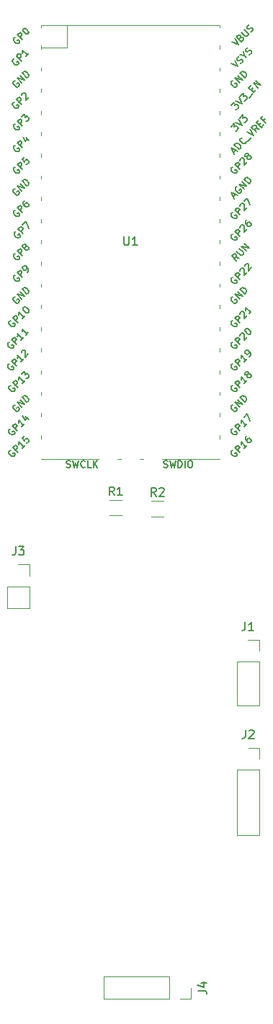
<source format=gbr>
%TF.GenerationSoftware,KiCad,Pcbnew,(7.0.0)*%
%TF.CreationDate,2023-05-30T18:27:12+05:30*%
%TF.ProjectId,voltmeter-pcb,766f6c74-6d65-4746-9572-2d7063622e6b,rev?*%
%TF.SameCoordinates,Original*%
%TF.FileFunction,Legend,Top*%
%TF.FilePolarity,Positive*%
%FSLAX46Y46*%
G04 Gerber Fmt 4.6, Leading zero omitted, Abs format (unit mm)*
G04 Created by KiCad (PCBNEW (7.0.0)) date 2023-05-30 18:27:12*
%MOMM*%
%LPD*%
G01*
G04 APERTURE LIST*
%ADD10C,0.150000*%
%ADD11C,0.120000*%
G04 APERTURE END LIST*
D10*
%TO.C,J1*%
X155689166Y-115317380D02*
X155689166Y-116031666D01*
X155689166Y-116031666D02*
X155641547Y-116174523D01*
X155641547Y-116174523D02*
X155546309Y-116269761D01*
X155546309Y-116269761D02*
X155403452Y-116317380D01*
X155403452Y-116317380D02*
X155308214Y-116317380D01*
X156689166Y-116317380D02*
X156117738Y-116317380D01*
X156403452Y-116317380D02*
X156403452Y-115317380D01*
X156403452Y-115317380D02*
X156308214Y-115460238D01*
X156308214Y-115460238D02*
X156212976Y-115555476D01*
X156212976Y-115555476D02*
X156117738Y-115603095D01*
%TO.C,J2*%
X155714166Y-128007380D02*
X155714166Y-128721666D01*
X155714166Y-128721666D02*
X155666547Y-128864523D01*
X155666547Y-128864523D02*
X155571309Y-128959761D01*
X155571309Y-128959761D02*
X155428452Y-129007380D01*
X155428452Y-129007380D02*
X155333214Y-129007380D01*
X156142738Y-128102619D02*
X156190357Y-128055000D01*
X156190357Y-128055000D02*
X156285595Y-128007380D01*
X156285595Y-128007380D02*
X156523690Y-128007380D01*
X156523690Y-128007380D02*
X156618928Y-128055000D01*
X156618928Y-128055000D02*
X156666547Y-128102619D01*
X156666547Y-128102619D02*
X156714166Y-128197857D01*
X156714166Y-128197857D02*
X156714166Y-128293095D01*
X156714166Y-128293095D02*
X156666547Y-128435952D01*
X156666547Y-128435952D02*
X156095119Y-129007380D01*
X156095119Y-129007380D02*
X156714166Y-129007380D01*
%TO.C,U1*%
X141435595Y-70027380D02*
X141435595Y-70836904D01*
X141435595Y-70836904D02*
X141483214Y-70932142D01*
X141483214Y-70932142D02*
X141530833Y-70979761D01*
X141530833Y-70979761D02*
X141626071Y-71027380D01*
X141626071Y-71027380D02*
X141816547Y-71027380D01*
X141816547Y-71027380D02*
X141911785Y-70979761D01*
X141911785Y-70979761D02*
X141959404Y-70932142D01*
X141959404Y-70932142D02*
X142007023Y-70836904D01*
X142007023Y-70836904D02*
X142007023Y-70027380D01*
X143007023Y-71027380D02*
X142435595Y-71027380D01*
X142721309Y-71027380D02*
X142721309Y-70027380D01*
X142721309Y-70027380D02*
X142626071Y-70170238D01*
X142626071Y-70170238D02*
X142530833Y-70265476D01*
X142530833Y-70265476D02*
X142435595Y-70313095D01*
X154247138Y-74812509D02*
X154166326Y-74839446D01*
X154166326Y-74839446D02*
X154085514Y-74920258D01*
X154085514Y-74920258D02*
X154031639Y-75028008D01*
X154031639Y-75028008D02*
X154031639Y-75135758D01*
X154031639Y-75135758D02*
X154058577Y-75216570D01*
X154058577Y-75216570D02*
X154139389Y-75351257D01*
X154139389Y-75351257D02*
X154220201Y-75432069D01*
X154220201Y-75432069D02*
X154354888Y-75512881D01*
X154354888Y-75512881D02*
X154435700Y-75539819D01*
X154435700Y-75539819D02*
X154543450Y-75539819D01*
X154543450Y-75539819D02*
X154651199Y-75485944D01*
X154651199Y-75485944D02*
X154705074Y-75432069D01*
X154705074Y-75432069D02*
X154758949Y-75324319D01*
X154758949Y-75324319D02*
X154758949Y-75270445D01*
X154758949Y-75270445D02*
X154570387Y-75081883D01*
X154570387Y-75081883D02*
X154462638Y-75189632D01*
X155055260Y-75081883D02*
X154489575Y-74516197D01*
X154489575Y-74516197D02*
X154705074Y-74300698D01*
X154705074Y-74300698D02*
X154785886Y-74273761D01*
X154785886Y-74273761D02*
X154839761Y-74273761D01*
X154839761Y-74273761D02*
X154920573Y-74300698D01*
X154920573Y-74300698D02*
X155001386Y-74381510D01*
X155001386Y-74381510D02*
X155028323Y-74462323D01*
X155028323Y-74462323D02*
X155028323Y-74516197D01*
X155028323Y-74516197D02*
X155001386Y-74597010D01*
X155001386Y-74597010D02*
X154785886Y-74812509D01*
X155082198Y-74031324D02*
X155082198Y-73977449D01*
X155082198Y-73977449D02*
X155109135Y-73896637D01*
X155109135Y-73896637D02*
X155243822Y-73761950D01*
X155243822Y-73761950D02*
X155324634Y-73735013D01*
X155324634Y-73735013D02*
X155378509Y-73735013D01*
X155378509Y-73735013D02*
X155459321Y-73761950D01*
X155459321Y-73761950D02*
X155513196Y-73815825D01*
X155513196Y-73815825D02*
X155567071Y-73923574D01*
X155567071Y-73923574D02*
X155567071Y-74570072D01*
X155567071Y-74570072D02*
X155917257Y-74219886D01*
X155620946Y-73492576D02*
X155620946Y-73438701D01*
X155620946Y-73438701D02*
X155647883Y-73357889D01*
X155647883Y-73357889D02*
X155782570Y-73223202D01*
X155782570Y-73223202D02*
X155863383Y-73196264D01*
X155863383Y-73196264D02*
X155917257Y-73196264D01*
X155917257Y-73196264D02*
X155998070Y-73223202D01*
X155998070Y-73223202D02*
X156051944Y-73277077D01*
X156051944Y-73277077D02*
X156105819Y-73384826D01*
X156105819Y-73384826D02*
X156105819Y-74031324D01*
X156105819Y-74031324D02*
X156456005Y-73681138D01*
X128662513Y-66923134D02*
X128581701Y-66950072D01*
X128581701Y-66950072D02*
X128500888Y-67030884D01*
X128500888Y-67030884D02*
X128447014Y-67138633D01*
X128447014Y-67138633D02*
X128447014Y-67246383D01*
X128447014Y-67246383D02*
X128473951Y-67327195D01*
X128473951Y-67327195D02*
X128554763Y-67461882D01*
X128554763Y-67461882D02*
X128635575Y-67542695D01*
X128635575Y-67542695D02*
X128770262Y-67623507D01*
X128770262Y-67623507D02*
X128851075Y-67650444D01*
X128851075Y-67650444D02*
X128958824Y-67650444D01*
X128958824Y-67650444D02*
X129066574Y-67596569D01*
X129066574Y-67596569D02*
X129120449Y-67542695D01*
X129120449Y-67542695D02*
X129174323Y-67434945D01*
X129174323Y-67434945D02*
X129174323Y-67381070D01*
X129174323Y-67381070D02*
X128985762Y-67192508D01*
X128985762Y-67192508D02*
X128878012Y-67300258D01*
X129470635Y-67192508D02*
X128904949Y-66626823D01*
X128904949Y-66626823D02*
X129120449Y-66411324D01*
X129120449Y-66411324D02*
X129201261Y-66384386D01*
X129201261Y-66384386D02*
X129255136Y-66384386D01*
X129255136Y-66384386D02*
X129335948Y-66411324D01*
X129335948Y-66411324D02*
X129416760Y-66492136D01*
X129416760Y-66492136D02*
X129443697Y-66572948D01*
X129443697Y-66572948D02*
X129443697Y-66626823D01*
X129443697Y-66626823D02*
X129416760Y-66707635D01*
X129416760Y-66707635D02*
X129201261Y-66923134D01*
X129713071Y-65818701D02*
X129605322Y-65926450D01*
X129605322Y-65926450D02*
X129578384Y-66007263D01*
X129578384Y-66007263D02*
X129578384Y-66061137D01*
X129578384Y-66061137D02*
X129605322Y-66195824D01*
X129605322Y-66195824D02*
X129686134Y-66330511D01*
X129686134Y-66330511D02*
X129901633Y-66546011D01*
X129901633Y-66546011D02*
X129982445Y-66572948D01*
X129982445Y-66572948D02*
X130036320Y-66572948D01*
X130036320Y-66572948D02*
X130117132Y-66546011D01*
X130117132Y-66546011D02*
X130224882Y-66438261D01*
X130224882Y-66438261D02*
X130251819Y-66357449D01*
X130251819Y-66357449D02*
X130251819Y-66303574D01*
X130251819Y-66303574D02*
X130224882Y-66222762D01*
X130224882Y-66222762D02*
X130090195Y-66088075D01*
X130090195Y-66088075D02*
X130009383Y-66061137D01*
X130009383Y-66061137D02*
X129955508Y-66061137D01*
X129955508Y-66061137D02*
X129874696Y-66088075D01*
X129874696Y-66088075D02*
X129766946Y-66195824D01*
X129766946Y-66195824D02*
X129740009Y-66276637D01*
X129740009Y-66276637D02*
X129740009Y-66330511D01*
X129740009Y-66330511D02*
X129766946Y-66411324D01*
X127993138Y-82432509D02*
X127912326Y-82459446D01*
X127912326Y-82459446D02*
X127831514Y-82540258D01*
X127831514Y-82540258D02*
X127777639Y-82648008D01*
X127777639Y-82648008D02*
X127777639Y-82755758D01*
X127777639Y-82755758D02*
X127804577Y-82836570D01*
X127804577Y-82836570D02*
X127885389Y-82971257D01*
X127885389Y-82971257D02*
X127966201Y-83052069D01*
X127966201Y-83052069D02*
X128100888Y-83132881D01*
X128100888Y-83132881D02*
X128181700Y-83159819D01*
X128181700Y-83159819D02*
X128289450Y-83159819D01*
X128289450Y-83159819D02*
X128397199Y-83105944D01*
X128397199Y-83105944D02*
X128451074Y-83052069D01*
X128451074Y-83052069D02*
X128504949Y-82944319D01*
X128504949Y-82944319D02*
X128504949Y-82890445D01*
X128504949Y-82890445D02*
X128316387Y-82701883D01*
X128316387Y-82701883D02*
X128208638Y-82809632D01*
X128801260Y-82701883D02*
X128235575Y-82136197D01*
X128235575Y-82136197D02*
X128451074Y-81920698D01*
X128451074Y-81920698D02*
X128531886Y-81893761D01*
X128531886Y-81893761D02*
X128585761Y-81893761D01*
X128585761Y-81893761D02*
X128666573Y-81920698D01*
X128666573Y-81920698D02*
X128747386Y-82001510D01*
X128747386Y-82001510D02*
X128774323Y-82082323D01*
X128774323Y-82082323D02*
X128774323Y-82136197D01*
X128774323Y-82136197D02*
X128747386Y-82217010D01*
X128747386Y-82217010D02*
X128531886Y-82432509D01*
X129663257Y-81839886D02*
X129340008Y-82163135D01*
X129501633Y-82001510D02*
X128935947Y-81435825D01*
X128935947Y-81435825D02*
X128962885Y-81570512D01*
X128962885Y-81570512D02*
X128962885Y-81678261D01*
X128962885Y-81678261D02*
X128935947Y-81759074D01*
X130202005Y-81301138D02*
X129878757Y-81624387D01*
X130040381Y-81462762D02*
X129474696Y-80897077D01*
X129474696Y-80897077D02*
X129501633Y-81031764D01*
X129501633Y-81031764D02*
X129501633Y-81139513D01*
X129501633Y-81139513D02*
X129474696Y-81220326D01*
X128139138Y-79892509D02*
X128058326Y-79919446D01*
X128058326Y-79919446D02*
X127977514Y-80000258D01*
X127977514Y-80000258D02*
X127923639Y-80108008D01*
X127923639Y-80108008D02*
X127923639Y-80215758D01*
X127923639Y-80215758D02*
X127950577Y-80296570D01*
X127950577Y-80296570D02*
X128031389Y-80431257D01*
X128031389Y-80431257D02*
X128112201Y-80512069D01*
X128112201Y-80512069D02*
X128246888Y-80592881D01*
X128246888Y-80592881D02*
X128327700Y-80619819D01*
X128327700Y-80619819D02*
X128435450Y-80619819D01*
X128435450Y-80619819D02*
X128543199Y-80565944D01*
X128543199Y-80565944D02*
X128597074Y-80512069D01*
X128597074Y-80512069D02*
X128650949Y-80404319D01*
X128650949Y-80404319D02*
X128650949Y-80350445D01*
X128650949Y-80350445D02*
X128462387Y-80161883D01*
X128462387Y-80161883D02*
X128354638Y-80269632D01*
X128947260Y-80161883D02*
X128381575Y-79596197D01*
X128381575Y-79596197D02*
X128597074Y-79380698D01*
X128597074Y-79380698D02*
X128677886Y-79353761D01*
X128677886Y-79353761D02*
X128731761Y-79353761D01*
X128731761Y-79353761D02*
X128812573Y-79380698D01*
X128812573Y-79380698D02*
X128893386Y-79461510D01*
X128893386Y-79461510D02*
X128920323Y-79542323D01*
X128920323Y-79542323D02*
X128920323Y-79596197D01*
X128920323Y-79596197D02*
X128893386Y-79677010D01*
X128893386Y-79677010D02*
X128677886Y-79892509D01*
X129809257Y-79299886D02*
X129486008Y-79623135D01*
X129647633Y-79461510D02*
X129081947Y-78895825D01*
X129081947Y-78895825D02*
X129108885Y-79030512D01*
X129108885Y-79030512D02*
X129108885Y-79138261D01*
X129108885Y-79138261D02*
X129081947Y-79219074D01*
X129593758Y-78384014D02*
X129647633Y-78330139D01*
X129647633Y-78330139D02*
X129728445Y-78303202D01*
X129728445Y-78303202D02*
X129782320Y-78303202D01*
X129782320Y-78303202D02*
X129863132Y-78330139D01*
X129863132Y-78330139D02*
X129997819Y-78410951D01*
X129997819Y-78410951D02*
X130132506Y-78545638D01*
X130132506Y-78545638D02*
X130213318Y-78680326D01*
X130213318Y-78680326D02*
X130240256Y-78761138D01*
X130240256Y-78761138D02*
X130240256Y-78815013D01*
X130240256Y-78815013D02*
X130213318Y-78895825D01*
X130213318Y-78895825D02*
X130159444Y-78949700D01*
X130159444Y-78949700D02*
X130078631Y-78976637D01*
X130078631Y-78976637D02*
X130024757Y-78976637D01*
X130024757Y-78976637D02*
X129943944Y-78949700D01*
X129943944Y-78949700D02*
X129809257Y-78868887D01*
X129809257Y-78868887D02*
X129674570Y-78734200D01*
X129674570Y-78734200D02*
X129593758Y-78599513D01*
X129593758Y-78599513D02*
X129566821Y-78518701D01*
X129566821Y-78518701D02*
X129566821Y-78464826D01*
X129566821Y-78464826D02*
X129593758Y-78384014D01*
X128762513Y-69433134D02*
X128681701Y-69460072D01*
X128681701Y-69460072D02*
X128600888Y-69540884D01*
X128600888Y-69540884D02*
X128547014Y-69648633D01*
X128547014Y-69648633D02*
X128547014Y-69756383D01*
X128547014Y-69756383D02*
X128573951Y-69837195D01*
X128573951Y-69837195D02*
X128654763Y-69971882D01*
X128654763Y-69971882D02*
X128735575Y-70052695D01*
X128735575Y-70052695D02*
X128870262Y-70133507D01*
X128870262Y-70133507D02*
X128951075Y-70160444D01*
X128951075Y-70160444D02*
X129058824Y-70160444D01*
X129058824Y-70160444D02*
X129166574Y-70106569D01*
X129166574Y-70106569D02*
X129220449Y-70052695D01*
X129220449Y-70052695D02*
X129274323Y-69944945D01*
X129274323Y-69944945D02*
X129274323Y-69891070D01*
X129274323Y-69891070D02*
X129085762Y-69702508D01*
X129085762Y-69702508D02*
X128978012Y-69810258D01*
X129570635Y-69702508D02*
X129004949Y-69136823D01*
X129004949Y-69136823D02*
X129220449Y-68921324D01*
X129220449Y-68921324D02*
X129301261Y-68894386D01*
X129301261Y-68894386D02*
X129355136Y-68894386D01*
X129355136Y-68894386D02*
X129435948Y-68921324D01*
X129435948Y-68921324D02*
X129516760Y-69002136D01*
X129516760Y-69002136D02*
X129543697Y-69082948D01*
X129543697Y-69082948D02*
X129543697Y-69136823D01*
X129543697Y-69136823D02*
X129516760Y-69217635D01*
X129516760Y-69217635D02*
X129301261Y-69433134D01*
X129516760Y-68625012D02*
X129893884Y-68247889D01*
X129893884Y-68247889D02*
X130217132Y-69056011D01*
X154247138Y-61858509D02*
X154166326Y-61885446D01*
X154166326Y-61885446D02*
X154085514Y-61966258D01*
X154085514Y-61966258D02*
X154031639Y-62074008D01*
X154031639Y-62074008D02*
X154031639Y-62181758D01*
X154031639Y-62181758D02*
X154058577Y-62262570D01*
X154058577Y-62262570D02*
X154139389Y-62397257D01*
X154139389Y-62397257D02*
X154220201Y-62478069D01*
X154220201Y-62478069D02*
X154354888Y-62558881D01*
X154354888Y-62558881D02*
X154435700Y-62585819D01*
X154435700Y-62585819D02*
X154543450Y-62585819D01*
X154543450Y-62585819D02*
X154651199Y-62531944D01*
X154651199Y-62531944D02*
X154705074Y-62478069D01*
X154705074Y-62478069D02*
X154758949Y-62370319D01*
X154758949Y-62370319D02*
X154758949Y-62316445D01*
X154758949Y-62316445D02*
X154570387Y-62127883D01*
X154570387Y-62127883D02*
X154462638Y-62235632D01*
X155055260Y-62127883D02*
X154489575Y-61562197D01*
X154489575Y-61562197D02*
X154705074Y-61346698D01*
X154705074Y-61346698D02*
X154785886Y-61319761D01*
X154785886Y-61319761D02*
X154839761Y-61319761D01*
X154839761Y-61319761D02*
X154920573Y-61346698D01*
X154920573Y-61346698D02*
X155001386Y-61427510D01*
X155001386Y-61427510D02*
X155028323Y-61508323D01*
X155028323Y-61508323D02*
X155028323Y-61562197D01*
X155028323Y-61562197D02*
X155001386Y-61643010D01*
X155001386Y-61643010D02*
X154785886Y-61858509D01*
X155082198Y-61077324D02*
X155082198Y-61023449D01*
X155082198Y-61023449D02*
X155109135Y-60942637D01*
X155109135Y-60942637D02*
X155243822Y-60807950D01*
X155243822Y-60807950D02*
X155324634Y-60781013D01*
X155324634Y-60781013D02*
X155378509Y-60781013D01*
X155378509Y-60781013D02*
X155459321Y-60807950D01*
X155459321Y-60807950D02*
X155513196Y-60861825D01*
X155513196Y-60861825D02*
X155567071Y-60969574D01*
X155567071Y-60969574D02*
X155567071Y-61616072D01*
X155567071Y-61616072D02*
X155917257Y-61265886D01*
X155917257Y-60619388D02*
X155836445Y-60646326D01*
X155836445Y-60646326D02*
X155782570Y-60646326D01*
X155782570Y-60646326D02*
X155701758Y-60619388D01*
X155701758Y-60619388D02*
X155674821Y-60592451D01*
X155674821Y-60592451D02*
X155647883Y-60511638D01*
X155647883Y-60511638D02*
X155647883Y-60457764D01*
X155647883Y-60457764D02*
X155674821Y-60376951D01*
X155674821Y-60376951D02*
X155782570Y-60269202D01*
X155782570Y-60269202D02*
X155863383Y-60242264D01*
X155863383Y-60242264D02*
X155917257Y-60242264D01*
X155917257Y-60242264D02*
X155998070Y-60269202D01*
X155998070Y-60269202D02*
X156025007Y-60296139D01*
X156025007Y-60296139D02*
X156051944Y-60376951D01*
X156051944Y-60376951D02*
X156051944Y-60430826D01*
X156051944Y-60430826D02*
X156025007Y-60511638D01*
X156025007Y-60511638D02*
X155917257Y-60619388D01*
X155917257Y-60619388D02*
X155890320Y-60700200D01*
X155890320Y-60700200D02*
X155890320Y-60754075D01*
X155890320Y-60754075D02*
X155917257Y-60834887D01*
X155917257Y-60834887D02*
X156025007Y-60942637D01*
X156025007Y-60942637D02*
X156105819Y-60969574D01*
X156105819Y-60969574D02*
X156159694Y-60969574D01*
X156159694Y-60969574D02*
X156240506Y-60942637D01*
X156240506Y-60942637D02*
X156348256Y-60834887D01*
X156348256Y-60834887D02*
X156375193Y-60754075D01*
X156375193Y-60754075D02*
X156375193Y-60700200D01*
X156375193Y-60700200D02*
X156348256Y-60619388D01*
X156348256Y-60619388D02*
X156240506Y-60511638D01*
X156240506Y-60511638D02*
X156159694Y-60484701D01*
X156159694Y-60484701D02*
X156105819Y-60484701D01*
X156105819Y-60484701D02*
X156025007Y-60511638D01*
X154069890Y-49681883D02*
X154824137Y-50059006D01*
X154824137Y-50059006D02*
X154447013Y-49304759D01*
X155147386Y-49681883D02*
X155255135Y-49628008D01*
X155255135Y-49628008D02*
X155389822Y-49493321D01*
X155389822Y-49493321D02*
X155416760Y-49412509D01*
X155416760Y-49412509D02*
X155416760Y-49358634D01*
X155416760Y-49358634D02*
X155389822Y-49277822D01*
X155389822Y-49277822D02*
X155335947Y-49223947D01*
X155335947Y-49223947D02*
X155255135Y-49197010D01*
X155255135Y-49197010D02*
X155201260Y-49197010D01*
X155201260Y-49197010D02*
X155120448Y-49223947D01*
X155120448Y-49223947D02*
X154985761Y-49304759D01*
X154985761Y-49304759D02*
X154904949Y-49331697D01*
X154904949Y-49331697D02*
X154851074Y-49331697D01*
X154851074Y-49331697D02*
X154770262Y-49304759D01*
X154770262Y-49304759D02*
X154716387Y-49250884D01*
X154716387Y-49250884D02*
X154689450Y-49170072D01*
X154689450Y-49170072D02*
X154689450Y-49116197D01*
X154689450Y-49116197D02*
X154716387Y-49035385D01*
X154716387Y-49035385D02*
X154851074Y-48900698D01*
X154851074Y-48900698D02*
X154958824Y-48846823D01*
X155578384Y-48766011D02*
X155847758Y-49035385D01*
X155093511Y-48658261D02*
X155578384Y-48766011D01*
X155578384Y-48766011D02*
X155470635Y-48281138D01*
X156171007Y-48658262D02*
X156278756Y-48604387D01*
X156278756Y-48604387D02*
X156413443Y-48469700D01*
X156413443Y-48469700D02*
X156440381Y-48388888D01*
X156440381Y-48388888D02*
X156440381Y-48335013D01*
X156440381Y-48335013D02*
X156413443Y-48254201D01*
X156413443Y-48254201D02*
X156359569Y-48200326D01*
X156359569Y-48200326D02*
X156278756Y-48173388D01*
X156278756Y-48173388D02*
X156224882Y-48173388D01*
X156224882Y-48173388D02*
X156144069Y-48200326D01*
X156144069Y-48200326D02*
X156009382Y-48281138D01*
X156009382Y-48281138D02*
X155928570Y-48308075D01*
X155928570Y-48308075D02*
X155874695Y-48308075D01*
X155874695Y-48308075D02*
X155793883Y-48281138D01*
X155793883Y-48281138D02*
X155740008Y-48227263D01*
X155740008Y-48227263D02*
X155713071Y-48146451D01*
X155713071Y-48146451D02*
X155713071Y-48092576D01*
X155713071Y-48092576D02*
X155740008Y-48011764D01*
X155740008Y-48011764D02*
X155874695Y-47877077D01*
X155874695Y-47877077D02*
X155982445Y-47823202D01*
X154102546Y-47139226D02*
X154856794Y-47516350D01*
X154856794Y-47516350D02*
X154479670Y-46762102D01*
X155126167Y-46654353D02*
X155233917Y-46600478D01*
X155233917Y-46600478D02*
X155287792Y-46600478D01*
X155287792Y-46600478D02*
X155368604Y-46627416D01*
X155368604Y-46627416D02*
X155449416Y-46708228D01*
X155449416Y-46708228D02*
X155476354Y-46789040D01*
X155476354Y-46789040D02*
X155476354Y-46842915D01*
X155476354Y-46842915D02*
X155449416Y-46923727D01*
X155449416Y-46923727D02*
X155233917Y-47139226D01*
X155233917Y-47139226D02*
X154668232Y-46573541D01*
X154668232Y-46573541D02*
X154856793Y-46384979D01*
X154856793Y-46384979D02*
X154937606Y-46358042D01*
X154937606Y-46358042D02*
X154991480Y-46358042D01*
X154991480Y-46358042D02*
X155072293Y-46384979D01*
X155072293Y-46384979D02*
X155126167Y-46438854D01*
X155126167Y-46438854D02*
X155153105Y-46519666D01*
X155153105Y-46519666D02*
X155153105Y-46573541D01*
X155153105Y-46573541D02*
X155126167Y-46654353D01*
X155126167Y-46654353D02*
X154937606Y-46842915D01*
X155233917Y-46007855D02*
X155691853Y-46465791D01*
X155691853Y-46465791D02*
X155772665Y-46492729D01*
X155772665Y-46492729D02*
X155826540Y-46492729D01*
X155826540Y-46492729D02*
X155907352Y-46465791D01*
X155907352Y-46465791D02*
X156015102Y-46358042D01*
X156015102Y-46358042D02*
X156042039Y-46277229D01*
X156042039Y-46277229D02*
X156042039Y-46223355D01*
X156042039Y-46223355D02*
X156015102Y-46142542D01*
X156015102Y-46142542D02*
X155557166Y-45684607D01*
X156338350Y-45980918D02*
X156446100Y-45927043D01*
X156446100Y-45927043D02*
X156580787Y-45792356D01*
X156580787Y-45792356D02*
X156607724Y-45711544D01*
X156607724Y-45711544D02*
X156607724Y-45657669D01*
X156607724Y-45657669D02*
X156580787Y-45576857D01*
X156580787Y-45576857D02*
X156526912Y-45522982D01*
X156526912Y-45522982D02*
X156446100Y-45496045D01*
X156446100Y-45496045D02*
X156392225Y-45496045D01*
X156392225Y-45496045D02*
X156311413Y-45522982D01*
X156311413Y-45522982D02*
X156176726Y-45603794D01*
X156176726Y-45603794D02*
X156095914Y-45630732D01*
X156095914Y-45630732D02*
X156042039Y-45630732D01*
X156042039Y-45630732D02*
X155961227Y-45603794D01*
X155961227Y-45603794D02*
X155907352Y-45549920D01*
X155907352Y-45549920D02*
X155880414Y-45469107D01*
X155880414Y-45469107D02*
X155880414Y-45415233D01*
X155880414Y-45415233D02*
X155907352Y-45334420D01*
X155907352Y-45334420D02*
X156042039Y-45199733D01*
X156042039Y-45199733D02*
X156149788Y-45145859D01*
X154304204Y-60145690D02*
X154573578Y-59876316D01*
X154411954Y-60361189D02*
X154034830Y-59606942D01*
X154034830Y-59606942D02*
X154789078Y-59984066D01*
X154977639Y-59795504D02*
X154411954Y-59229819D01*
X154411954Y-59229819D02*
X154546641Y-59095132D01*
X154546641Y-59095132D02*
X154654390Y-59041257D01*
X154654390Y-59041257D02*
X154762140Y-59041257D01*
X154762140Y-59041257D02*
X154842952Y-59068194D01*
X154842952Y-59068194D02*
X154977639Y-59149006D01*
X154977639Y-59149006D02*
X155058451Y-59229819D01*
X155058451Y-59229819D02*
X155139264Y-59364506D01*
X155139264Y-59364506D02*
X155166201Y-59445318D01*
X155166201Y-59445318D02*
X155166201Y-59553067D01*
X155166201Y-59553067D02*
X155112326Y-59660817D01*
X155112326Y-59660817D02*
X154977639Y-59795504D01*
X155812699Y-58852695D02*
X155812699Y-58906570D01*
X155812699Y-58906570D02*
X155758824Y-59014319D01*
X155758824Y-59014319D02*
X155704949Y-59068194D01*
X155704949Y-59068194D02*
X155597199Y-59122069D01*
X155597199Y-59122069D02*
X155489450Y-59122069D01*
X155489450Y-59122069D02*
X155408638Y-59095132D01*
X155408638Y-59095132D02*
X155273951Y-59014319D01*
X155273951Y-59014319D02*
X155193138Y-58933507D01*
X155193138Y-58933507D02*
X155112326Y-58798820D01*
X155112326Y-58798820D02*
X155085389Y-58718008D01*
X155085389Y-58718008D02*
X155085389Y-58610258D01*
X155085389Y-58610258D02*
X155139264Y-58502509D01*
X155139264Y-58502509D02*
X155193138Y-58448634D01*
X155193138Y-58448634D02*
X155300888Y-58394759D01*
X155300888Y-58394759D02*
X155354763Y-58394759D01*
X156028198Y-58852695D02*
X156459196Y-58421696D01*
X155893511Y-57748261D02*
X156647758Y-58125385D01*
X156647758Y-58125385D02*
X156270635Y-57371138D01*
X157348130Y-57425013D02*
X156890195Y-57344201D01*
X157024882Y-57748262D02*
X156459196Y-57182576D01*
X156459196Y-57182576D02*
X156674695Y-56967077D01*
X156674695Y-56967077D02*
X156755508Y-56940139D01*
X156755508Y-56940139D02*
X156809382Y-56940139D01*
X156809382Y-56940139D02*
X156890195Y-56967077D01*
X156890195Y-56967077D02*
X156971007Y-57047889D01*
X156971007Y-57047889D02*
X156997944Y-57128701D01*
X156997944Y-57128701D02*
X156997944Y-57182576D01*
X156997944Y-57182576D02*
X156971007Y-57263388D01*
X156971007Y-57263388D02*
X156755508Y-57478888D01*
X157294256Y-56886265D02*
X157482817Y-56697703D01*
X157859941Y-56913202D02*
X157590567Y-57182576D01*
X157590567Y-57182576D02*
X157024882Y-56616891D01*
X157024882Y-56616891D02*
X157294256Y-56347517D01*
X157994628Y-56185892D02*
X157806067Y-56374454D01*
X158102378Y-56670765D02*
X157536693Y-56105080D01*
X157536693Y-56105080D02*
X157806067Y-55835706D01*
X128662513Y-46603134D02*
X128581701Y-46630072D01*
X128581701Y-46630072D02*
X128500888Y-46710884D01*
X128500888Y-46710884D02*
X128447014Y-46818633D01*
X128447014Y-46818633D02*
X128447014Y-46926383D01*
X128447014Y-46926383D02*
X128473951Y-47007195D01*
X128473951Y-47007195D02*
X128554763Y-47141882D01*
X128554763Y-47141882D02*
X128635575Y-47222695D01*
X128635575Y-47222695D02*
X128770262Y-47303507D01*
X128770262Y-47303507D02*
X128851075Y-47330444D01*
X128851075Y-47330444D02*
X128958824Y-47330444D01*
X128958824Y-47330444D02*
X129066574Y-47276569D01*
X129066574Y-47276569D02*
X129120449Y-47222695D01*
X129120449Y-47222695D02*
X129174323Y-47114945D01*
X129174323Y-47114945D02*
X129174323Y-47061070D01*
X129174323Y-47061070D02*
X128985762Y-46872508D01*
X128985762Y-46872508D02*
X128878012Y-46980258D01*
X129470635Y-46872508D02*
X128904949Y-46306823D01*
X128904949Y-46306823D02*
X129120449Y-46091324D01*
X129120449Y-46091324D02*
X129201261Y-46064386D01*
X129201261Y-46064386D02*
X129255136Y-46064386D01*
X129255136Y-46064386D02*
X129335948Y-46091324D01*
X129335948Y-46091324D02*
X129416760Y-46172136D01*
X129416760Y-46172136D02*
X129443697Y-46252948D01*
X129443697Y-46252948D02*
X129443697Y-46306823D01*
X129443697Y-46306823D02*
X129416760Y-46387635D01*
X129416760Y-46387635D02*
X129201261Y-46603134D01*
X129578384Y-45633388D02*
X129632259Y-45579513D01*
X129632259Y-45579513D02*
X129713071Y-45552576D01*
X129713071Y-45552576D02*
X129766946Y-45552576D01*
X129766946Y-45552576D02*
X129847758Y-45579513D01*
X129847758Y-45579513D02*
X129982445Y-45660325D01*
X129982445Y-45660325D02*
X130117132Y-45795012D01*
X130117132Y-45795012D02*
X130197945Y-45929699D01*
X130197945Y-45929699D02*
X130224882Y-46010511D01*
X130224882Y-46010511D02*
X130224882Y-46064386D01*
X130224882Y-46064386D02*
X130197945Y-46145198D01*
X130197945Y-46145198D02*
X130144070Y-46199073D01*
X130144070Y-46199073D02*
X130063258Y-46226011D01*
X130063258Y-46226011D02*
X130009383Y-46226011D01*
X130009383Y-46226011D02*
X129928571Y-46199073D01*
X129928571Y-46199073D02*
X129793884Y-46118261D01*
X129793884Y-46118261D02*
X129659197Y-45983574D01*
X129659197Y-45983574D02*
X129578384Y-45848887D01*
X129578384Y-45848887D02*
X129551447Y-45768075D01*
X129551447Y-45768075D02*
X129551447Y-45714200D01*
X129551447Y-45714200D02*
X129578384Y-45633388D01*
X154247138Y-79902509D02*
X154166326Y-79929446D01*
X154166326Y-79929446D02*
X154085514Y-80010258D01*
X154085514Y-80010258D02*
X154031639Y-80118008D01*
X154031639Y-80118008D02*
X154031639Y-80225758D01*
X154031639Y-80225758D02*
X154058577Y-80306570D01*
X154058577Y-80306570D02*
X154139389Y-80441257D01*
X154139389Y-80441257D02*
X154220201Y-80522069D01*
X154220201Y-80522069D02*
X154354888Y-80602881D01*
X154354888Y-80602881D02*
X154435700Y-80629819D01*
X154435700Y-80629819D02*
X154543450Y-80629819D01*
X154543450Y-80629819D02*
X154651199Y-80575944D01*
X154651199Y-80575944D02*
X154705074Y-80522069D01*
X154705074Y-80522069D02*
X154758949Y-80414319D01*
X154758949Y-80414319D02*
X154758949Y-80360445D01*
X154758949Y-80360445D02*
X154570387Y-80171883D01*
X154570387Y-80171883D02*
X154462638Y-80279632D01*
X155055260Y-80171883D02*
X154489575Y-79606197D01*
X154489575Y-79606197D02*
X154705074Y-79390698D01*
X154705074Y-79390698D02*
X154785886Y-79363761D01*
X154785886Y-79363761D02*
X154839761Y-79363761D01*
X154839761Y-79363761D02*
X154920573Y-79390698D01*
X154920573Y-79390698D02*
X155001386Y-79471510D01*
X155001386Y-79471510D02*
X155028323Y-79552323D01*
X155028323Y-79552323D02*
X155028323Y-79606197D01*
X155028323Y-79606197D02*
X155001386Y-79687010D01*
X155001386Y-79687010D02*
X154785886Y-79902509D01*
X155082198Y-79121324D02*
X155082198Y-79067449D01*
X155082198Y-79067449D02*
X155109135Y-78986637D01*
X155109135Y-78986637D02*
X155243822Y-78851950D01*
X155243822Y-78851950D02*
X155324634Y-78825013D01*
X155324634Y-78825013D02*
X155378509Y-78825013D01*
X155378509Y-78825013D02*
X155459321Y-78851950D01*
X155459321Y-78851950D02*
X155513196Y-78905825D01*
X155513196Y-78905825D02*
X155567071Y-79013574D01*
X155567071Y-79013574D02*
X155567071Y-79660072D01*
X155567071Y-79660072D02*
X155917257Y-79309886D01*
X156456005Y-78771138D02*
X156132757Y-79094387D01*
X156294381Y-78932762D02*
X155728696Y-78367077D01*
X155728696Y-78367077D02*
X155755633Y-78501764D01*
X155755633Y-78501764D02*
X155755633Y-78609513D01*
X155755633Y-78609513D02*
X155728696Y-78690326D01*
X154039264Y-57102509D02*
X154389450Y-56752322D01*
X154389450Y-56752322D02*
X154416387Y-57156383D01*
X154416387Y-57156383D02*
X154497199Y-57075571D01*
X154497199Y-57075571D02*
X154578012Y-57048634D01*
X154578012Y-57048634D02*
X154631886Y-57048634D01*
X154631886Y-57048634D02*
X154712699Y-57075571D01*
X154712699Y-57075571D02*
X154847386Y-57210258D01*
X154847386Y-57210258D02*
X154874323Y-57291070D01*
X154874323Y-57291070D02*
X154874323Y-57344945D01*
X154874323Y-57344945D02*
X154847386Y-57425757D01*
X154847386Y-57425757D02*
X154685761Y-57587382D01*
X154685761Y-57587382D02*
X154604949Y-57614319D01*
X154604949Y-57614319D02*
X154551074Y-57614319D01*
X154551074Y-56590698D02*
X155305322Y-56967821D01*
X155305322Y-56967821D02*
X154928198Y-56213574D01*
X155062885Y-56078887D02*
X155413071Y-55728701D01*
X155413071Y-55728701D02*
X155440008Y-56132762D01*
X155440008Y-56132762D02*
X155520821Y-56051950D01*
X155520821Y-56051950D02*
X155601633Y-56025013D01*
X155601633Y-56025013D02*
X155655508Y-56025013D01*
X155655508Y-56025013D02*
X155736320Y-56051950D01*
X155736320Y-56051950D02*
X155871007Y-56186637D01*
X155871007Y-56186637D02*
X155897944Y-56267449D01*
X155897944Y-56267449D02*
X155897944Y-56321324D01*
X155897944Y-56321324D02*
X155871007Y-56402136D01*
X155871007Y-56402136D02*
X155709382Y-56563761D01*
X155709382Y-56563761D02*
X155628570Y-56590698D01*
X155628570Y-56590698D02*
X155574695Y-56590698D01*
X154235576Y-51710072D02*
X154154763Y-51737009D01*
X154154763Y-51737009D02*
X154073951Y-51817821D01*
X154073951Y-51817821D02*
X154020076Y-51925571D01*
X154020076Y-51925571D02*
X154020076Y-52033320D01*
X154020076Y-52033320D02*
X154047014Y-52114133D01*
X154047014Y-52114133D02*
X154127826Y-52248820D01*
X154127826Y-52248820D02*
X154208638Y-52329632D01*
X154208638Y-52329632D02*
X154343325Y-52410444D01*
X154343325Y-52410444D02*
X154424137Y-52437381D01*
X154424137Y-52437381D02*
X154531887Y-52437381D01*
X154531887Y-52437381D02*
X154639637Y-52383507D01*
X154639637Y-52383507D02*
X154693511Y-52329632D01*
X154693511Y-52329632D02*
X154747386Y-52221882D01*
X154747386Y-52221882D02*
X154747386Y-52168007D01*
X154747386Y-52168007D02*
X154558824Y-51979446D01*
X154558824Y-51979446D02*
X154451075Y-52087195D01*
X155043698Y-51979446D02*
X154478012Y-51413760D01*
X154478012Y-51413760D02*
X155366946Y-51656197D01*
X155366946Y-51656197D02*
X154801261Y-51090511D01*
X155636320Y-51386823D02*
X155070635Y-50821137D01*
X155070635Y-50821137D02*
X155205322Y-50686450D01*
X155205322Y-50686450D02*
X155313071Y-50632576D01*
X155313071Y-50632576D02*
X155420821Y-50632576D01*
X155420821Y-50632576D02*
X155501633Y-50659513D01*
X155501633Y-50659513D02*
X155636320Y-50740325D01*
X155636320Y-50740325D02*
X155717132Y-50821137D01*
X155717132Y-50821137D02*
X155797945Y-50955824D01*
X155797945Y-50955824D02*
X155824882Y-51036637D01*
X155824882Y-51036637D02*
X155824882Y-51144386D01*
X155824882Y-51144386D02*
X155771007Y-51252136D01*
X155771007Y-51252136D02*
X155636320Y-51386823D01*
X154071548Y-54570224D02*
X154421734Y-54220038D01*
X154421734Y-54220038D02*
X154448672Y-54624099D01*
X154448672Y-54624099D02*
X154529484Y-54543287D01*
X154529484Y-54543287D02*
X154610296Y-54516350D01*
X154610296Y-54516350D02*
X154664171Y-54516350D01*
X154664171Y-54516350D02*
X154744983Y-54543287D01*
X154744983Y-54543287D02*
X154879670Y-54677974D01*
X154879670Y-54677974D02*
X154906607Y-54758786D01*
X154906607Y-54758786D02*
X154906607Y-54812661D01*
X154906607Y-54812661D02*
X154879670Y-54893473D01*
X154879670Y-54893473D02*
X154718046Y-55055098D01*
X154718046Y-55055098D02*
X154637233Y-55082035D01*
X154637233Y-55082035D02*
X154583359Y-55082035D01*
X154583359Y-54058414D02*
X155337606Y-54435537D01*
X155337606Y-54435537D02*
X154960482Y-53681290D01*
X155095169Y-53546603D02*
X155445355Y-53196417D01*
X155445355Y-53196417D02*
X155472293Y-53600478D01*
X155472293Y-53600478D02*
X155553105Y-53519666D01*
X155553105Y-53519666D02*
X155633917Y-53492728D01*
X155633917Y-53492728D02*
X155687792Y-53492728D01*
X155687792Y-53492728D02*
X155768604Y-53519666D01*
X155768604Y-53519666D02*
X155903291Y-53654353D01*
X155903291Y-53654353D02*
X155930229Y-53735165D01*
X155930229Y-53735165D02*
X155930229Y-53789040D01*
X155930229Y-53789040D02*
X155903291Y-53869852D01*
X155903291Y-53869852D02*
X155741667Y-54031476D01*
X155741667Y-54031476D02*
X155660855Y-54058414D01*
X155660855Y-54058414D02*
X155606980Y-54058414D01*
X156172665Y-53708227D02*
X156603664Y-53277229D01*
X156388165Y-52792356D02*
X156576726Y-52603794D01*
X156953850Y-52819293D02*
X156684476Y-53088667D01*
X156684476Y-53088667D02*
X156118791Y-52522982D01*
X156118791Y-52522982D02*
X156388165Y-52253608D01*
X157196287Y-52576856D02*
X156630602Y-52011171D01*
X156630602Y-52011171D02*
X157519536Y-52253607D01*
X157519536Y-52253607D02*
X156953850Y-51687922D01*
X127993138Y-84972509D02*
X127912326Y-84999446D01*
X127912326Y-84999446D02*
X127831514Y-85080258D01*
X127831514Y-85080258D02*
X127777639Y-85188008D01*
X127777639Y-85188008D02*
X127777639Y-85295758D01*
X127777639Y-85295758D02*
X127804577Y-85376570D01*
X127804577Y-85376570D02*
X127885389Y-85511257D01*
X127885389Y-85511257D02*
X127966201Y-85592069D01*
X127966201Y-85592069D02*
X128100888Y-85672881D01*
X128100888Y-85672881D02*
X128181700Y-85699819D01*
X128181700Y-85699819D02*
X128289450Y-85699819D01*
X128289450Y-85699819D02*
X128397199Y-85645944D01*
X128397199Y-85645944D02*
X128451074Y-85592069D01*
X128451074Y-85592069D02*
X128504949Y-85484319D01*
X128504949Y-85484319D02*
X128504949Y-85430445D01*
X128504949Y-85430445D02*
X128316387Y-85241883D01*
X128316387Y-85241883D02*
X128208638Y-85349632D01*
X128801260Y-85241883D02*
X128235575Y-84676197D01*
X128235575Y-84676197D02*
X128451074Y-84460698D01*
X128451074Y-84460698D02*
X128531886Y-84433761D01*
X128531886Y-84433761D02*
X128585761Y-84433761D01*
X128585761Y-84433761D02*
X128666573Y-84460698D01*
X128666573Y-84460698D02*
X128747386Y-84541510D01*
X128747386Y-84541510D02*
X128774323Y-84622323D01*
X128774323Y-84622323D02*
X128774323Y-84676197D01*
X128774323Y-84676197D02*
X128747386Y-84757010D01*
X128747386Y-84757010D02*
X128531886Y-84972509D01*
X129663257Y-84379886D02*
X129340008Y-84703135D01*
X129501633Y-84541510D02*
X128935947Y-83975825D01*
X128935947Y-83975825D02*
X128962885Y-84110512D01*
X128962885Y-84110512D02*
X128962885Y-84218261D01*
X128962885Y-84218261D02*
X128935947Y-84299074D01*
X129366946Y-83652576D02*
X129366946Y-83598701D01*
X129366946Y-83598701D02*
X129393883Y-83517889D01*
X129393883Y-83517889D02*
X129528570Y-83383202D01*
X129528570Y-83383202D02*
X129609383Y-83356264D01*
X129609383Y-83356264D02*
X129663257Y-83356264D01*
X129663257Y-83356264D02*
X129744070Y-83383202D01*
X129744070Y-83383202D02*
X129797944Y-83437077D01*
X129797944Y-83437077D02*
X129851819Y-83544826D01*
X129851819Y-83544826D02*
X129851819Y-84191324D01*
X129851819Y-84191324D02*
X130202005Y-83841138D01*
X128635576Y-89810072D02*
X128554763Y-89837009D01*
X128554763Y-89837009D02*
X128473951Y-89917821D01*
X128473951Y-89917821D02*
X128420076Y-90025571D01*
X128420076Y-90025571D02*
X128420076Y-90133320D01*
X128420076Y-90133320D02*
X128447014Y-90214133D01*
X128447014Y-90214133D02*
X128527826Y-90348820D01*
X128527826Y-90348820D02*
X128608638Y-90429632D01*
X128608638Y-90429632D02*
X128743325Y-90510444D01*
X128743325Y-90510444D02*
X128824137Y-90537381D01*
X128824137Y-90537381D02*
X128931887Y-90537381D01*
X128931887Y-90537381D02*
X129039637Y-90483507D01*
X129039637Y-90483507D02*
X129093511Y-90429632D01*
X129093511Y-90429632D02*
X129147386Y-90321882D01*
X129147386Y-90321882D02*
X129147386Y-90268007D01*
X129147386Y-90268007D02*
X128958824Y-90079446D01*
X128958824Y-90079446D02*
X128851075Y-90187195D01*
X129443698Y-90079446D02*
X128878012Y-89513760D01*
X128878012Y-89513760D02*
X129766946Y-89756197D01*
X129766946Y-89756197D02*
X129201261Y-89190511D01*
X130036320Y-89486823D02*
X129470635Y-88921137D01*
X129470635Y-88921137D02*
X129605322Y-88786450D01*
X129605322Y-88786450D02*
X129713071Y-88732576D01*
X129713071Y-88732576D02*
X129820821Y-88732576D01*
X129820821Y-88732576D02*
X129901633Y-88759513D01*
X129901633Y-88759513D02*
X130036320Y-88840325D01*
X130036320Y-88840325D02*
X130117132Y-88921137D01*
X130117132Y-88921137D02*
X130197945Y-89055824D01*
X130197945Y-89055824D02*
X130224882Y-89136637D01*
X130224882Y-89136637D02*
X130224882Y-89244386D01*
X130224882Y-89244386D02*
X130171007Y-89352136D01*
X130171007Y-89352136D02*
X130036320Y-89486823D01*
X128093138Y-92592509D02*
X128012326Y-92619446D01*
X128012326Y-92619446D02*
X127931514Y-92700258D01*
X127931514Y-92700258D02*
X127877639Y-92808008D01*
X127877639Y-92808008D02*
X127877639Y-92915758D01*
X127877639Y-92915758D02*
X127904577Y-92996570D01*
X127904577Y-92996570D02*
X127985389Y-93131257D01*
X127985389Y-93131257D02*
X128066201Y-93212069D01*
X128066201Y-93212069D02*
X128200888Y-93292881D01*
X128200888Y-93292881D02*
X128281700Y-93319819D01*
X128281700Y-93319819D02*
X128389450Y-93319819D01*
X128389450Y-93319819D02*
X128497199Y-93265944D01*
X128497199Y-93265944D02*
X128551074Y-93212069D01*
X128551074Y-93212069D02*
X128604949Y-93104319D01*
X128604949Y-93104319D02*
X128604949Y-93050445D01*
X128604949Y-93050445D02*
X128416387Y-92861883D01*
X128416387Y-92861883D02*
X128308638Y-92969632D01*
X128901260Y-92861883D02*
X128335575Y-92296197D01*
X128335575Y-92296197D02*
X128551074Y-92080698D01*
X128551074Y-92080698D02*
X128631886Y-92053761D01*
X128631886Y-92053761D02*
X128685761Y-92053761D01*
X128685761Y-92053761D02*
X128766573Y-92080698D01*
X128766573Y-92080698D02*
X128847386Y-92161510D01*
X128847386Y-92161510D02*
X128874323Y-92242323D01*
X128874323Y-92242323D02*
X128874323Y-92296197D01*
X128874323Y-92296197D02*
X128847386Y-92377010D01*
X128847386Y-92377010D02*
X128631886Y-92592509D01*
X129763257Y-91999886D02*
X129440008Y-92323135D01*
X129601633Y-92161510D02*
X129035947Y-91595825D01*
X129035947Y-91595825D02*
X129062885Y-91730512D01*
X129062885Y-91730512D02*
X129062885Y-91838261D01*
X129062885Y-91838261D02*
X129035947Y-91919074D01*
X129871007Y-91137889D02*
X130248131Y-91515013D01*
X129520821Y-91057077D02*
X129790195Y-91595825D01*
X129790195Y-91595825D02*
X130140381Y-91245638D01*
X128635576Y-51710072D02*
X128554763Y-51737009D01*
X128554763Y-51737009D02*
X128473951Y-51817821D01*
X128473951Y-51817821D02*
X128420076Y-51925571D01*
X128420076Y-51925571D02*
X128420076Y-52033320D01*
X128420076Y-52033320D02*
X128447014Y-52114133D01*
X128447014Y-52114133D02*
X128527826Y-52248820D01*
X128527826Y-52248820D02*
X128608638Y-52329632D01*
X128608638Y-52329632D02*
X128743325Y-52410444D01*
X128743325Y-52410444D02*
X128824137Y-52437381D01*
X128824137Y-52437381D02*
X128931887Y-52437381D01*
X128931887Y-52437381D02*
X129039637Y-52383507D01*
X129039637Y-52383507D02*
X129093511Y-52329632D01*
X129093511Y-52329632D02*
X129147386Y-52221882D01*
X129147386Y-52221882D02*
X129147386Y-52168007D01*
X129147386Y-52168007D02*
X128958824Y-51979446D01*
X128958824Y-51979446D02*
X128851075Y-52087195D01*
X129443698Y-51979446D02*
X128878012Y-51413760D01*
X128878012Y-51413760D02*
X129766946Y-51656197D01*
X129766946Y-51656197D02*
X129201261Y-51090511D01*
X130036320Y-51386823D02*
X129470635Y-50821137D01*
X129470635Y-50821137D02*
X129605322Y-50686450D01*
X129605322Y-50686450D02*
X129713071Y-50632576D01*
X129713071Y-50632576D02*
X129820821Y-50632576D01*
X129820821Y-50632576D02*
X129901633Y-50659513D01*
X129901633Y-50659513D02*
X130036320Y-50740325D01*
X130036320Y-50740325D02*
X130117132Y-50821137D01*
X130117132Y-50821137D02*
X130197945Y-50955824D01*
X130197945Y-50955824D02*
X130224882Y-51036637D01*
X130224882Y-51036637D02*
X130224882Y-51144386D01*
X130224882Y-51144386D02*
X130171007Y-51252136D01*
X130171007Y-51252136D02*
X130036320Y-51386823D01*
X128662513Y-72003134D02*
X128581701Y-72030072D01*
X128581701Y-72030072D02*
X128500888Y-72110884D01*
X128500888Y-72110884D02*
X128447014Y-72218633D01*
X128447014Y-72218633D02*
X128447014Y-72326383D01*
X128447014Y-72326383D02*
X128473951Y-72407195D01*
X128473951Y-72407195D02*
X128554763Y-72541882D01*
X128554763Y-72541882D02*
X128635575Y-72622695D01*
X128635575Y-72622695D02*
X128770262Y-72703507D01*
X128770262Y-72703507D02*
X128851075Y-72730444D01*
X128851075Y-72730444D02*
X128958824Y-72730444D01*
X128958824Y-72730444D02*
X129066574Y-72676569D01*
X129066574Y-72676569D02*
X129120449Y-72622695D01*
X129120449Y-72622695D02*
X129174323Y-72514945D01*
X129174323Y-72514945D02*
X129174323Y-72461070D01*
X129174323Y-72461070D02*
X128985762Y-72272508D01*
X128985762Y-72272508D02*
X128878012Y-72380258D01*
X129470635Y-72272508D02*
X128904949Y-71706823D01*
X128904949Y-71706823D02*
X129120449Y-71491324D01*
X129120449Y-71491324D02*
X129201261Y-71464386D01*
X129201261Y-71464386D02*
X129255136Y-71464386D01*
X129255136Y-71464386D02*
X129335948Y-71491324D01*
X129335948Y-71491324D02*
X129416760Y-71572136D01*
X129416760Y-71572136D02*
X129443697Y-71652948D01*
X129443697Y-71652948D02*
X129443697Y-71706823D01*
X129443697Y-71706823D02*
X129416760Y-71787635D01*
X129416760Y-71787635D02*
X129201261Y-72003134D01*
X129793884Y-71302762D02*
X129713071Y-71329699D01*
X129713071Y-71329699D02*
X129659197Y-71329699D01*
X129659197Y-71329699D02*
X129578384Y-71302762D01*
X129578384Y-71302762D02*
X129551447Y-71275824D01*
X129551447Y-71275824D02*
X129524510Y-71195012D01*
X129524510Y-71195012D02*
X129524510Y-71141137D01*
X129524510Y-71141137D02*
X129551447Y-71060325D01*
X129551447Y-71060325D02*
X129659197Y-70952576D01*
X129659197Y-70952576D02*
X129740009Y-70925638D01*
X129740009Y-70925638D02*
X129793884Y-70925638D01*
X129793884Y-70925638D02*
X129874696Y-70952576D01*
X129874696Y-70952576D02*
X129901633Y-70979513D01*
X129901633Y-70979513D02*
X129928571Y-71060325D01*
X129928571Y-71060325D02*
X129928571Y-71114200D01*
X129928571Y-71114200D02*
X129901633Y-71195012D01*
X129901633Y-71195012D02*
X129793884Y-71302762D01*
X129793884Y-71302762D02*
X129766946Y-71383574D01*
X129766946Y-71383574D02*
X129766946Y-71437449D01*
X129766946Y-71437449D02*
X129793884Y-71518261D01*
X129793884Y-71518261D02*
X129901633Y-71626011D01*
X129901633Y-71626011D02*
X129982445Y-71652948D01*
X129982445Y-71652948D02*
X130036320Y-71652948D01*
X130036320Y-71652948D02*
X130117132Y-71626011D01*
X130117132Y-71626011D02*
X130224882Y-71518261D01*
X130224882Y-71518261D02*
X130251819Y-71437449D01*
X130251819Y-71437449D02*
X130251819Y-71383574D01*
X130251819Y-71383574D02*
X130224882Y-71302762D01*
X130224882Y-71302762D02*
X130117132Y-71195012D01*
X130117132Y-71195012D02*
X130036320Y-71168075D01*
X130036320Y-71168075D02*
X129982445Y-71168075D01*
X129982445Y-71168075D02*
X129901633Y-71195012D01*
X154301014Y-65352880D02*
X154570388Y-65083506D01*
X154408763Y-65568380D02*
X154031640Y-64814132D01*
X154031640Y-64814132D02*
X154785887Y-65191256D01*
X154732012Y-64167635D02*
X154651200Y-64194572D01*
X154651200Y-64194572D02*
X154570388Y-64275385D01*
X154570388Y-64275385D02*
X154516513Y-64383134D01*
X154516513Y-64383134D02*
X154516513Y-64490884D01*
X154516513Y-64490884D02*
X154543450Y-64571696D01*
X154543450Y-64571696D02*
X154624262Y-64706383D01*
X154624262Y-64706383D02*
X154705075Y-64787195D01*
X154705075Y-64787195D02*
X154839762Y-64868007D01*
X154839762Y-64868007D02*
X154920574Y-64894945D01*
X154920574Y-64894945D02*
X155028323Y-64894945D01*
X155028323Y-64894945D02*
X155136073Y-64841070D01*
X155136073Y-64841070D02*
X155189948Y-64787195D01*
X155189948Y-64787195D02*
X155243823Y-64679446D01*
X155243823Y-64679446D02*
X155243823Y-64625571D01*
X155243823Y-64625571D02*
X155055261Y-64437009D01*
X155055261Y-64437009D02*
X154947511Y-64544759D01*
X155540134Y-64437009D02*
X154974449Y-63871324D01*
X154974449Y-63871324D02*
X155863383Y-64113760D01*
X155863383Y-64113760D02*
X155297697Y-63548075D01*
X156132757Y-63844386D02*
X155567071Y-63278701D01*
X155567071Y-63278701D02*
X155701758Y-63144014D01*
X155701758Y-63144014D02*
X155809508Y-63090139D01*
X155809508Y-63090139D02*
X155917258Y-63090139D01*
X155917258Y-63090139D02*
X155998070Y-63117077D01*
X155998070Y-63117077D02*
X156132757Y-63197889D01*
X156132757Y-63197889D02*
X156213569Y-63278701D01*
X156213569Y-63278701D02*
X156294381Y-63413388D01*
X156294381Y-63413388D02*
X156321319Y-63494200D01*
X156321319Y-63494200D02*
X156321319Y-63601950D01*
X156321319Y-63601950D02*
X156267444Y-63709699D01*
X156267444Y-63709699D02*
X156132757Y-63844386D01*
X154235576Y-77110072D02*
X154154763Y-77137009D01*
X154154763Y-77137009D02*
X154073951Y-77217821D01*
X154073951Y-77217821D02*
X154020076Y-77325571D01*
X154020076Y-77325571D02*
X154020076Y-77433320D01*
X154020076Y-77433320D02*
X154047014Y-77514133D01*
X154047014Y-77514133D02*
X154127826Y-77648820D01*
X154127826Y-77648820D02*
X154208638Y-77729632D01*
X154208638Y-77729632D02*
X154343325Y-77810444D01*
X154343325Y-77810444D02*
X154424137Y-77837381D01*
X154424137Y-77837381D02*
X154531887Y-77837381D01*
X154531887Y-77837381D02*
X154639637Y-77783507D01*
X154639637Y-77783507D02*
X154693511Y-77729632D01*
X154693511Y-77729632D02*
X154747386Y-77621882D01*
X154747386Y-77621882D02*
X154747386Y-77568007D01*
X154747386Y-77568007D02*
X154558824Y-77379446D01*
X154558824Y-77379446D02*
X154451075Y-77487195D01*
X155043698Y-77379446D02*
X154478012Y-76813760D01*
X154478012Y-76813760D02*
X155366946Y-77056197D01*
X155366946Y-77056197D02*
X154801261Y-76490511D01*
X155636320Y-76786823D02*
X155070635Y-76221137D01*
X155070635Y-76221137D02*
X155205322Y-76086450D01*
X155205322Y-76086450D02*
X155313071Y-76032576D01*
X155313071Y-76032576D02*
X155420821Y-76032576D01*
X155420821Y-76032576D02*
X155501633Y-76059513D01*
X155501633Y-76059513D02*
X155636320Y-76140325D01*
X155636320Y-76140325D02*
X155717132Y-76221137D01*
X155717132Y-76221137D02*
X155797945Y-76355824D01*
X155797945Y-76355824D02*
X155824882Y-76436637D01*
X155824882Y-76436637D02*
X155824882Y-76544386D01*
X155824882Y-76544386D02*
X155771007Y-76652136D01*
X155771007Y-76652136D02*
X155636320Y-76786823D01*
X154247138Y-95132509D02*
X154166326Y-95159446D01*
X154166326Y-95159446D02*
X154085514Y-95240258D01*
X154085514Y-95240258D02*
X154031639Y-95348008D01*
X154031639Y-95348008D02*
X154031639Y-95455758D01*
X154031639Y-95455758D02*
X154058577Y-95536570D01*
X154058577Y-95536570D02*
X154139389Y-95671257D01*
X154139389Y-95671257D02*
X154220201Y-95752069D01*
X154220201Y-95752069D02*
X154354888Y-95832881D01*
X154354888Y-95832881D02*
X154435700Y-95859819D01*
X154435700Y-95859819D02*
X154543450Y-95859819D01*
X154543450Y-95859819D02*
X154651199Y-95805944D01*
X154651199Y-95805944D02*
X154705074Y-95752069D01*
X154705074Y-95752069D02*
X154758949Y-95644319D01*
X154758949Y-95644319D02*
X154758949Y-95590445D01*
X154758949Y-95590445D02*
X154570387Y-95401883D01*
X154570387Y-95401883D02*
X154462638Y-95509632D01*
X155055260Y-95401883D02*
X154489575Y-94836197D01*
X154489575Y-94836197D02*
X154705074Y-94620698D01*
X154705074Y-94620698D02*
X154785886Y-94593761D01*
X154785886Y-94593761D02*
X154839761Y-94593761D01*
X154839761Y-94593761D02*
X154920573Y-94620698D01*
X154920573Y-94620698D02*
X155001386Y-94701510D01*
X155001386Y-94701510D02*
X155028323Y-94782323D01*
X155028323Y-94782323D02*
X155028323Y-94836197D01*
X155028323Y-94836197D02*
X155001386Y-94917010D01*
X155001386Y-94917010D02*
X154785886Y-95132509D01*
X155917257Y-94539886D02*
X155594008Y-94863135D01*
X155755633Y-94701510D02*
X155189947Y-94135825D01*
X155189947Y-94135825D02*
X155216885Y-94270512D01*
X155216885Y-94270512D02*
X155216885Y-94378261D01*
X155216885Y-94378261D02*
X155189947Y-94459074D01*
X155836445Y-93489327D02*
X155728696Y-93597077D01*
X155728696Y-93597077D02*
X155701758Y-93677889D01*
X155701758Y-93677889D02*
X155701758Y-93731764D01*
X155701758Y-93731764D02*
X155728696Y-93866451D01*
X155728696Y-93866451D02*
X155809508Y-94001138D01*
X155809508Y-94001138D02*
X156025007Y-94216637D01*
X156025007Y-94216637D02*
X156105819Y-94243574D01*
X156105819Y-94243574D02*
X156159694Y-94243574D01*
X156159694Y-94243574D02*
X156240506Y-94216637D01*
X156240506Y-94216637D02*
X156348256Y-94108887D01*
X156348256Y-94108887D02*
X156375193Y-94028075D01*
X156375193Y-94028075D02*
X156375193Y-93974200D01*
X156375193Y-93974200D02*
X156348256Y-93893388D01*
X156348256Y-93893388D02*
X156213569Y-93758701D01*
X156213569Y-93758701D02*
X156132757Y-93731764D01*
X156132757Y-93731764D02*
X156078882Y-93731764D01*
X156078882Y-93731764D02*
X155998070Y-93758701D01*
X155998070Y-93758701D02*
X155890320Y-93866451D01*
X155890320Y-93866451D02*
X155863383Y-93947263D01*
X155863383Y-93947263D02*
X155863383Y-94001138D01*
X155863383Y-94001138D02*
X155890320Y-94081950D01*
X154247138Y-84972509D02*
X154166326Y-84999446D01*
X154166326Y-84999446D02*
X154085514Y-85080258D01*
X154085514Y-85080258D02*
X154031639Y-85188008D01*
X154031639Y-85188008D02*
X154031639Y-85295758D01*
X154031639Y-85295758D02*
X154058577Y-85376570D01*
X154058577Y-85376570D02*
X154139389Y-85511257D01*
X154139389Y-85511257D02*
X154220201Y-85592069D01*
X154220201Y-85592069D02*
X154354888Y-85672881D01*
X154354888Y-85672881D02*
X154435700Y-85699819D01*
X154435700Y-85699819D02*
X154543450Y-85699819D01*
X154543450Y-85699819D02*
X154651199Y-85645944D01*
X154651199Y-85645944D02*
X154705074Y-85592069D01*
X154705074Y-85592069D02*
X154758949Y-85484319D01*
X154758949Y-85484319D02*
X154758949Y-85430445D01*
X154758949Y-85430445D02*
X154570387Y-85241883D01*
X154570387Y-85241883D02*
X154462638Y-85349632D01*
X155055260Y-85241883D02*
X154489575Y-84676197D01*
X154489575Y-84676197D02*
X154705074Y-84460698D01*
X154705074Y-84460698D02*
X154785886Y-84433761D01*
X154785886Y-84433761D02*
X154839761Y-84433761D01*
X154839761Y-84433761D02*
X154920573Y-84460698D01*
X154920573Y-84460698D02*
X155001386Y-84541510D01*
X155001386Y-84541510D02*
X155028323Y-84622323D01*
X155028323Y-84622323D02*
X155028323Y-84676197D01*
X155028323Y-84676197D02*
X155001386Y-84757010D01*
X155001386Y-84757010D02*
X154785886Y-84972509D01*
X155917257Y-84379886D02*
X155594008Y-84703135D01*
X155755633Y-84541510D02*
X155189947Y-83975825D01*
X155189947Y-83975825D02*
X155216885Y-84110512D01*
X155216885Y-84110512D02*
X155216885Y-84218261D01*
X155216885Y-84218261D02*
X155189947Y-84299074D01*
X156186631Y-84110512D02*
X156294381Y-84002762D01*
X156294381Y-84002762D02*
X156321318Y-83921950D01*
X156321318Y-83921950D02*
X156321318Y-83868075D01*
X156321318Y-83868075D02*
X156294381Y-83733388D01*
X156294381Y-83733388D02*
X156213569Y-83598701D01*
X156213569Y-83598701D02*
X155998070Y-83383202D01*
X155998070Y-83383202D02*
X155917257Y-83356264D01*
X155917257Y-83356264D02*
X155863383Y-83356264D01*
X155863383Y-83356264D02*
X155782570Y-83383202D01*
X155782570Y-83383202D02*
X155674821Y-83490951D01*
X155674821Y-83490951D02*
X155647883Y-83571764D01*
X155647883Y-83571764D02*
X155647883Y-83625638D01*
X155647883Y-83625638D02*
X155674821Y-83706451D01*
X155674821Y-83706451D02*
X155809508Y-83841138D01*
X155809508Y-83841138D02*
X155890320Y-83868075D01*
X155890320Y-83868075D02*
X155944195Y-83868075D01*
X155944195Y-83868075D02*
X156025007Y-83841138D01*
X156025007Y-83841138D02*
X156132757Y-83733388D01*
X156132757Y-83733388D02*
X156159694Y-83652576D01*
X156159694Y-83652576D02*
X156159694Y-83598701D01*
X156159694Y-83598701D02*
X156132757Y-83517889D01*
X128562513Y-49133134D02*
X128481701Y-49160072D01*
X128481701Y-49160072D02*
X128400888Y-49240884D01*
X128400888Y-49240884D02*
X128347014Y-49348633D01*
X128347014Y-49348633D02*
X128347014Y-49456383D01*
X128347014Y-49456383D02*
X128373951Y-49537195D01*
X128373951Y-49537195D02*
X128454763Y-49671882D01*
X128454763Y-49671882D02*
X128535575Y-49752695D01*
X128535575Y-49752695D02*
X128670262Y-49833507D01*
X128670262Y-49833507D02*
X128751075Y-49860444D01*
X128751075Y-49860444D02*
X128858824Y-49860444D01*
X128858824Y-49860444D02*
X128966574Y-49806569D01*
X128966574Y-49806569D02*
X129020449Y-49752695D01*
X129020449Y-49752695D02*
X129074323Y-49644945D01*
X129074323Y-49644945D02*
X129074323Y-49591070D01*
X129074323Y-49591070D02*
X128885762Y-49402508D01*
X128885762Y-49402508D02*
X128778012Y-49510258D01*
X129370635Y-49402508D02*
X128804949Y-48836823D01*
X128804949Y-48836823D02*
X129020449Y-48621324D01*
X129020449Y-48621324D02*
X129101261Y-48594386D01*
X129101261Y-48594386D02*
X129155136Y-48594386D01*
X129155136Y-48594386D02*
X129235948Y-48621324D01*
X129235948Y-48621324D02*
X129316760Y-48702136D01*
X129316760Y-48702136D02*
X129343697Y-48782948D01*
X129343697Y-48782948D02*
X129343697Y-48836823D01*
X129343697Y-48836823D02*
X129316760Y-48917635D01*
X129316760Y-48917635D02*
X129101261Y-49133134D01*
X130232632Y-48540511D02*
X129909383Y-48863760D01*
X130071007Y-48702136D02*
X129505322Y-48136450D01*
X129505322Y-48136450D02*
X129532259Y-48271137D01*
X129532259Y-48271137D02*
X129532259Y-48378887D01*
X129532259Y-48378887D02*
X129505322Y-48459699D01*
X128662513Y-61843134D02*
X128581701Y-61870072D01*
X128581701Y-61870072D02*
X128500888Y-61950884D01*
X128500888Y-61950884D02*
X128447014Y-62058633D01*
X128447014Y-62058633D02*
X128447014Y-62166383D01*
X128447014Y-62166383D02*
X128473951Y-62247195D01*
X128473951Y-62247195D02*
X128554763Y-62381882D01*
X128554763Y-62381882D02*
X128635575Y-62462695D01*
X128635575Y-62462695D02*
X128770262Y-62543507D01*
X128770262Y-62543507D02*
X128851075Y-62570444D01*
X128851075Y-62570444D02*
X128958824Y-62570444D01*
X128958824Y-62570444D02*
X129066574Y-62516569D01*
X129066574Y-62516569D02*
X129120449Y-62462695D01*
X129120449Y-62462695D02*
X129174323Y-62354945D01*
X129174323Y-62354945D02*
X129174323Y-62301070D01*
X129174323Y-62301070D02*
X128985762Y-62112508D01*
X128985762Y-62112508D02*
X128878012Y-62220258D01*
X129470635Y-62112508D02*
X128904949Y-61546823D01*
X128904949Y-61546823D02*
X129120449Y-61331324D01*
X129120449Y-61331324D02*
X129201261Y-61304386D01*
X129201261Y-61304386D02*
X129255136Y-61304386D01*
X129255136Y-61304386D02*
X129335948Y-61331324D01*
X129335948Y-61331324D02*
X129416760Y-61412136D01*
X129416760Y-61412136D02*
X129443697Y-61492948D01*
X129443697Y-61492948D02*
X129443697Y-61546823D01*
X129443697Y-61546823D02*
X129416760Y-61627635D01*
X129416760Y-61627635D02*
X129201261Y-61843134D01*
X129740009Y-60711763D02*
X129470635Y-60981137D01*
X129470635Y-60981137D02*
X129713071Y-61277449D01*
X129713071Y-61277449D02*
X129713071Y-61223574D01*
X129713071Y-61223574D02*
X129740009Y-61142762D01*
X129740009Y-61142762D02*
X129874696Y-61008075D01*
X129874696Y-61008075D02*
X129955508Y-60981137D01*
X129955508Y-60981137D02*
X130009383Y-60981137D01*
X130009383Y-60981137D02*
X130090195Y-61008075D01*
X130090195Y-61008075D02*
X130224882Y-61142762D01*
X130224882Y-61142762D02*
X130251819Y-61223574D01*
X130251819Y-61223574D02*
X130251819Y-61277449D01*
X130251819Y-61277449D02*
X130224882Y-61358261D01*
X130224882Y-61358261D02*
X130090195Y-61492948D01*
X130090195Y-61492948D02*
X130009383Y-61519885D01*
X130009383Y-61519885D02*
X129955508Y-61519885D01*
X128635576Y-64410072D02*
X128554763Y-64437009D01*
X128554763Y-64437009D02*
X128473951Y-64517821D01*
X128473951Y-64517821D02*
X128420076Y-64625571D01*
X128420076Y-64625571D02*
X128420076Y-64733320D01*
X128420076Y-64733320D02*
X128447014Y-64814133D01*
X128447014Y-64814133D02*
X128527826Y-64948820D01*
X128527826Y-64948820D02*
X128608638Y-65029632D01*
X128608638Y-65029632D02*
X128743325Y-65110444D01*
X128743325Y-65110444D02*
X128824137Y-65137381D01*
X128824137Y-65137381D02*
X128931887Y-65137381D01*
X128931887Y-65137381D02*
X129039637Y-65083507D01*
X129039637Y-65083507D02*
X129093511Y-65029632D01*
X129093511Y-65029632D02*
X129147386Y-64921882D01*
X129147386Y-64921882D02*
X129147386Y-64868007D01*
X129147386Y-64868007D02*
X128958824Y-64679446D01*
X128958824Y-64679446D02*
X128851075Y-64787195D01*
X129443698Y-64679446D02*
X128878012Y-64113760D01*
X128878012Y-64113760D02*
X129766946Y-64356197D01*
X129766946Y-64356197D02*
X129201261Y-63790511D01*
X130036320Y-64086823D02*
X129470635Y-63521137D01*
X129470635Y-63521137D02*
X129605322Y-63386450D01*
X129605322Y-63386450D02*
X129713071Y-63332576D01*
X129713071Y-63332576D02*
X129820821Y-63332576D01*
X129820821Y-63332576D02*
X129901633Y-63359513D01*
X129901633Y-63359513D02*
X130036320Y-63440325D01*
X130036320Y-63440325D02*
X130117132Y-63521137D01*
X130117132Y-63521137D02*
X130197945Y-63655824D01*
X130197945Y-63655824D02*
X130224882Y-63736637D01*
X130224882Y-63736637D02*
X130224882Y-63844386D01*
X130224882Y-63844386D02*
X130171007Y-63952136D01*
X130171007Y-63952136D02*
X130036320Y-64086823D01*
X128662513Y-74543134D02*
X128581701Y-74570072D01*
X128581701Y-74570072D02*
X128500888Y-74650884D01*
X128500888Y-74650884D02*
X128447014Y-74758633D01*
X128447014Y-74758633D02*
X128447014Y-74866383D01*
X128447014Y-74866383D02*
X128473951Y-74947195D01*
X128473951Y-74947195D02*
X128554763Y-75081882D01*
X128554763Y-75081882D02*
X128635575Y-75162695D01*
X128635575Y-75162695D02*
X128770262Y-75243507D01*
X128770262Y-75243507D02*
X128851075Y-75270444D01*
X128851075Y-75270444D02*
X128958824Y-75270444D01*
X128958824Y-75270444D02*
X129066574Y-75216569D01*
X129066574Y-75216569D02*
X129120449Y-75162695D01*
X129120449Y-75162695D02*
X129174323Y-75054945D01*
X129174323Y-75054945D02*
X129174323Y-75001070D01*
X129174323Y-75001070D02*
X128985762Y-74812508D01*
X128985762Y-74812508D02*
X128878012Y-74920258D01*
X129470635Y-74812508D02*
X128904949Y-74246823D01*
X128904949Y-74246823D02*
X129120449Y-74031324D01*
X129120449Y-74031324D02*
X129201261Y-74004386D01*
X129201261Y-74004386D02*
X129255136Y-74004386D01*
X129255136Y-74004386D02*
X129335948Y-74031324D01*
X129335948Y-74031324D02*
X129416760Y-74112136D01*
X129416760Y-74112136D02*
X129443697Y-74192948D01*
X129443697Y-74192948D02*
X129443697Y-74246823D01*
X129443697Y-74246823D02*
X129416760Y-74327635D01*
X129416760Y-74327635D02*
X129201261Y-74543134D01*
X130063258Y-74219885D02*
X130171007Y-74112136D01*
X130171007Y-74112136D02*
X130197945Y-74031324D01*
X130197945Y-74031324D02*
X130197945Y-73977449D01*
X130197945Y-73977449D02*
X130171007Y-73842762D01*
X130171007Y-73842762D02*
X130090195Y-73708075D01*
X130090195Y-73708075D02*
X129874696Y-73492576D01*
X129874696Y-73492576D02*
X129793884Y-73465638D01*
X129793884Y-73465638D02*
X129740009Y-73465638D01*
X129740009Y-73465638D02*
X129659197Y-73492576D01*
X129659197Y-73492576D02*
X129551447Y-73600325D01*
X129551447Y-73600325D02*
X129524510Y-73681137D01*
X129524510Y-73681137D02*
X129524510Y-73735012D01*
X129524510Y-73735012D02*
X129551447Y-73815824D01*
X129551447Y-73815824D02*
X129686134Y-73950511D01*
X129686134Y-73950511D02*
X129766946Y-73977449D01*
X129766946Y-73977449D02*
X129820821Y-73977449D01*
X129820821Y-73977449D02*
X129901633Y-73950511D01*
X129901633Y-73950511D02*
X130009383Y-73842762D01*
X130009383Y-73842762D02*
X130036320Y-73761950D01*
X130036320Y-73761950D02*
X130036320Y-73708075D01*
X130036320Y-73708075D02*
X130009383Y-73627263D01*
X128635576Y-77110072D02*
X128554763Y-77137009D01*
X128554763Y-77137009D02*
X128473951Y-77217821D01*
X128473951Y-77217821D02*
X128420076Y-77325571D01*
X128420076Y-77325571D02*
X128420076Y-77433320D01*
X128420076Y-77433320D02*
X128447014Y-77514133D01*
X128447014Y-77514133D02*
X128527826Y-77648820D01*
X128527826Y-77648820D02*
X128608638Y-77729632D01*
X128608638Y-77729632D02*
X128743325Y-77810444D01*
X128743325Y-77810444D02*
X128824137Y-77837381D01*
X128824137Y-77837381D02*
X128931887Y-77837381D01*
X128931887Y-77837381D02*
X129039637Y-77783507D01*
X129039637Y-77783507D02*
X129093511Y-77729632D01*
X129093511Y-77729632D02*
X129147386Y-77621882D01*
X129147386Y-77621882D02*
X129147386Y-77568007D01*
X129147386Y-77568007D02*
X128958824Y-77379446D01*
X128958824Y-77379446D02*
X128851075Y-77487195D01*
X129443698Y-77379446D02*
X128878012Y-76813760D01*
X128878012Y-76813760D02*
X129766946Y-77056197D01*
X129766946Y-77056197D02*
X129201261Y-76490511D01*
X130036320Y-76786823D02*
X129470635Y-76221137D01*
X129470635Y-76221137D02*
X129605322Y-76086450D01*
X129605322Y-76086450D02*
X129713071Y-76032576D01*
X129713071Y-76032576D02*
X129820821Y-76032576D01*
X129820821Y-76032576D02*
X129901633Y-76059513D01*
X129901633Y-76059513D02*
X130036320Y-76140325D01*
X130036320Y-76140325D02*
X130117132Y-76221137D01*
X130117132Y-76221137D02*
X130197945Y-76355824D01*
X130197945Y-76355824D02*
X130224882Y-76436637D01*
X130224882Y-76436637D02*
X130224882Y-76544386D01*
X130224882Y-76544386D02*
X130171007Y-76652136D01*
X130171007Y-76652136D02*
X130036320Y-76786823D01*
X154247138Y-87512509D02*
X154166326Y-87539446D01*
X154166326Y-87539446D02*
X154085514Y-87620258D01*
X154085514Y-87620258D02*
X154031639Y-87728008D01*
X154031639Y-87728008D02*
X154031639Y-87835758D01*
X154031639Y-87835758D02*
X154058577Y-87916570D01*
X154058577Y-87916570D02*
X154139389Y-88051257D01*
X154139389Y-88051257D02*
X154220201Y-88132069D01*
X154220201Y-88132069D02*
X154354888Y-88212881D01*
X154354888Y-88212881D02*
X154435700Y-88239819D01*
X154435700Y-88239819D02*
X154543450Y-88239819D01*
X154543450Y-88239819D02*
X154651199Y-88185944D01*
X154651199Y-88185944D02*
X154705074Y-88132069D01*
X154705074Y-88132069D02*
X154758949Y-88024319D01*
X154758949Y-88024319D02*
X154758949Y-87970445D01*
X154758949Y-87970445D02*
X154570387Y-87781883D01*
X154570387Y-87781883D02*
X154462638Y-87889632D01*
X155055260Y-87781883D02*
X154489575Y-87216197D01*
X154489575Y-87216197D02*
X154705074Y-87000698D01*
X154705074Y-87000698D02*
X154785886Y-86973761D01*
X154785886Y-86973761D02*
X154839761Y-86973761D01*
X154839761Y-86973761D02*
X154920573Y-87000698D01*
X154920573Y-87000698D02*
X155001386Y-87081510D01*
X155001386Y-87081510D02*
X155028323Y-87162323D01*
X155028323Y-87162323D02*
X155028323Y-87216197D01*
X155028323Y-87216197D02*
X155001386Y-87297010D01*
X155001386Y-87297010D02*
X154785886Y-87512509D01*
X155917257Y-86919886D02*
X155594008Y-87243135D01*
X155755633Y-87081510D02*
X155189947Y-86515825D01*
X155189947Y-86515825D02*
X155216885Y-86650512D01*
X155216885Y-86650512D02*
X155216885Y-86758261D01*
X155216885Y-86758261D02*
X155189947Y-86839074D01*
X155917257Y-86273388D02*
X155836445Y-86300326D01*
X155836445Y-86300326D02*
X155782570Y-86300326D01*
X155782570Y-86300326D02*
X155701758Y-86273388D01*
X155701758Y-86273388D02*
X155674821Y-86246451D01*
X155674821Y-86246451D02*
X155647883Y-86165638D01*
X155647883Y-86165638D02*
X155647883Y-86111764D01*
X155647883Y-86111764D02*
X155674821Y-86030951D01*
X155674821Y-86030951D02*
X155782570Y-85923202D01*
X155782570Y-85923202D02*
X155863383Y-85896264D01*
X155863383Y-85896264D02*
X155917257Y-85896264D01*
X155917257Y-85896264D02*
X155998070Y-85923202D01*
X155998070Y-85923202D02*
X156025007Y-85950139D01*
X156025007Y-85950139D02*
X156051944Y-86030951D01*
X156051944Y-86030951D02*
X156051944Y-86084826D01*
X156051944Y-86084826D02*
X156025007Y-86165638D01*
X156025007Y-86165638D02*
X155917257Y-86273388D01*
X155917257Y-86273388D02*
X155890320Y-86354200D01*
X155890320Y-86354200D02*
X155890320Y-86408075D01*
X155890320Y-86408075D02*
X155917257Y-86488887D01*
X155917257Y-86488887D02*
X156025007Y-86596637D01*
X156025007Y-86596637D02*
X156105819Y-86623574D01*
X156105819Y-86623574D02*
X156159694Y-86623574D01*
X156159694Y-86623574D02*
X156240506Y-86596637D01*
X156240506Y-86596637D02*
X156348256Y-86488887D01*
X156348256Y-86488887D02*
X156375193Y-86408075D01*
X156375193Y-86408075D02*
X156375193Y-86354200D01*
X156375193Y-86354200D02*
X156348256Y-86273388D01*
X156348256Y-86273388D02*
X156240506Y-86165638D01*
X156240506Y-86165638D02*
X156159694Y-86138701D01*
X156159694Y-86138701D02*
X156105819Y-86138701D01*
X156105819Y-86138701D02*
X156025007Y-86165638D01*
X154247138Y-82432509D02*
X154166326Y-82459446D01*
X154166326Y-82459446D02*
X154085514Y-82540258D01*
X154085514Y-82540258D02*
X154031639Y-82648008D01*
X154031639Y-82648008D02*
X154031639Y-82755758D01*
X154031639Y-82755758D02*
X154058577Y-82836570D01*
X154058577Y-82836570D02*
X154139389Y-82971257D01*
X154139389Y-82971257D02*
X154220201Y-83052069D01*
X154220201Y-83052069D02*
X154354888Y-83132881D01*
X154354888Y-83132881D02*
X154435700Y-83159819D01*
X154435700Y-83159819D02*
X154543450Y-83159819D01*
X154543450Y-83159819D02*
X154651199Y-83105944D01*
X154651199Y-83105944D02*
X154705074Y-83052069D01*
X154705074Y-83052069D02*
X154758949Y-82944319D01*
X154758949Y-82944319D02*
X154758949Y-82890445D01*
X154758949Y-82890445D02*
X154570387Y-82701883D01*
X154570387Y-82701883D02*
X154462638Y-82809632D01*
X155055260Y-82701883D02*
X154489575Y-82136197D01*
X154489575Y-82136197D02*
X154705074Y-81920698D01*
X154705074Y-81920698D02*
X154785886Y-81893761D01*
X154785886Y-81893761D02*
X154839761Y-81893761D01*
X154839761Y-81893761D02*
X154920573Y-81920698D01*
X154920573Y-81920698D02*
X155001386Y-82001510D01*
X155001386Y-82001510D02*
X155028323Y-82082323D01*
X155028323Y-82082323D02*
X155028323Y-82136197D01*
X155028323Y-82136197D02*
X155001386Y-82217010D01*
X155001386Y-82217010D02*
X154785886Y-82432509D01*
X155082198Y-81651324D02*
X155082198Y-81597449D01*
X155082198Y-81597449D02*
X155109135Y-81516637D01*
X155109135Y-81516637D02*
X155243822Y-81381950D01*
X155243822Y-81381950D02*
X155324634Y-81355013D01*
X155324634Y-81355013D02*
X155378509Y-81355013D01*
X155378509Y-81355013D02*
X155459321Y-81381950D01*
X155459321Y-81381950D02*
X155513196Y-81435825D01*
X155513196Y-81435825D02*
X155567071Y-81543574D01*
X155567071Y-81543574D02*
X155567071Y-82190072D01*
X155567071Y-82190072D02*
X155917257Y-81839886D01*
X155701758Y-80924014D02*
X155755633Y-80870139D01*
X155755633Y-80870139D02*
X155836445Y-80843202D01*
X155836445Y-80843202D02*
X155890320Y-80843202D01*
X155890320Y-80843202D02*
X155971132Y-80870139D01*
X155971132Y-80870139D02*
X156105819Y-80950951D01*
X156105819Y-80950951D02*
X156240506Y-81085638D01*
X156240506Y-81085638D02*
X156321318Y-81220326D01*
X156321318Y-81220326D02*
X156348256Y-81301138D01*
X156348256Y-81301138D02*
X156348256Y-81355013D01*
X156348256Y-81355013D02*
X156321318Y-81435825D01*
X156321318Y-81435825D02*
X156267444Y-81489700D01*
X156267444Y-81489700D02*
X156186631Y-81516637D01*
X156186631Y-81516637D02*
X156132757Y-81516637D01*
X156132757Y-81516637D02*
X156051944Y-81489700D01*
X156051944Y-81489700D02*
X155917257Y-81408887D01*
X155917257Y-81408887D02*
X155782570Y-81274200D01*
X155782570Y-81274200D02*
X155701758Y-81139513D01*
X155701758Y-81139513D02*
X155674821Y-81058701D01*
X155674821Y-81058701D02*
X155674821Y-81004826D01*
X155674821Y-81004826D02*
X155701758Y-80924014D01*
X128562513Y-54223134D02*
X128481701Y-54250072D01*
X128481701Y-54250072D02*
X128400888Y-54330884D01*
X128400888Y-54330884D02*
X128347014Y-54438633D01*
X128347014Y-54438633D02*
X128347014Y-54546383D01*
X128347014Y-54546383D02*
X128373951Y-54627195D01*
X128373951Y-54627195D02*
X128454763Y-54761882D01*
X128454763Y-54761882D02*
X128535575Y-54842695D01*
X128535575Y-54842695D02*
X128670262Y-54923507D01*
X128670262Y-54923507D02*
X128751075Y-54950444D01*
X128751075Y-54950444D02*
X128858824Y-54950444D01*
X128858824Y-54950444D02*
X128966574Y-54896569D01*
X128966574Y-54896569D02*
X129020449Y-54842695D01*
X129020449Y-54842695D02*
X129074323Y-54734945D01*
X129074323Y-54734945D02*
X129074323Y-54681070D01*
X129074323Y-54681070D02*
X128885762Y-54492508D01*
X128885762Y-54492508D02*
X128778012Y-54600258D01*
X129370635Y-54492508D02*
X128804949Y-53926823D01*
X128804949Y-53926823D02*
X129020449Y-53711324D01*
X129020449Y-53711324D02*
X129101261Y-53684386D01*
X129101261Y-53684386D02*
X129155136Y-53684386D01*
X129155136Y-53684386D02*
X129235948Y-53711324D01*
X129235948Y-53711324D02*
X129316760Y-53792136D01*
X129316760Y-53792136D02*
X129343697Y-53872948D01*
X129343697Y-53872948D02*
X129343697Y-53926823D01*
X129343697Y-53926823D02*
X129316760Y-54007635D01*
X129316760Y-54007635D02*
X129101261Y-54223134D01*
X129397572Y-53441950D02*
X129397572Y-53388075D01*
X129397572Y-53388075D02*
X129424510Y-53307263D01*
X129424510Y-53307263D02*
X129559197Y-53172576D01*
X129559197Y-53172576D02*
X129640009Y-53145638D01*
X129640009Y-53145638D02*
X129693884Y-53145638D01*
X129693884Y-53145638D02*
X129774696Y-53172576D01*
X129774696Y-53172576D02*
X129828571Y-53226450D01*
X129828571Y-53226450D02*
X129882445Y-53334200D01*
X129882445Y-53334200D02*
X129882445Y-53980698D01*
X129882445Y-53980698D02*
X130232632Y-53630511D01*
X128139138Y-87512509D02*
X128058326Y-87539446D01*
X128058326Y-87539446D02*
X127977514Y-87620258D01*
X127977514Y-87620258D02*
X127923639Y-87728008D01*
X127923639Y-87728008D02*
X127923639Y-87835758D01*
X127923639Y-87835758D02*
X127950577Y-87916570D01*
X127950577Y-87916570D02*
X128031389Y-88051257D01*
X128031389Y-88051257D02*
X128112201Y-88132069D01*
X128112201Y-88132069D02*
X128246888Y-88212881D01*
X128246888Y-88212881D02*
X128327700Y-88239819D01*
X128327700Y-88239819D02*
X128435450Y-88239819D01*
X128435450Y-88239819D02*
X128543199Y-88185944D01*
X128543199Y-88185944D02*
X128597074Y-88132069D01*
X128597074Y-88132069D02*
X128650949Y-88024319D01*
X128650949Y-88024319D02*
X128650949Y-87970445D01*
X128650949Y-87970445D02*
X128462387Y-87781883D01*
X128462387Y-87781883D02*
X128354638Y-87889632D01*
X128947260Y-87781883D02*
X128381575Y-87216197D01*
X128381575Y-87216197D02*
X128597074Y-87000698D01*
X128597074Y-87000698D02*
X128677886Y-86973761D01*
X128677886Y-86973761D02*
X128731761Y-86973761D01*
X128731761Y-86973761D02*
X128812573Y-87000698D01*
X128812573Y-87000698D02*
X128893386Y-87081510D01*
X128893386Y-87081510D02*
X128920323Y-87162323D01*
X128920323Y-87162323D02*
X128920323Y-87216197D01*
X128920323Y-87216197D02*
X128893386Y-87297010D01*
X128893386Y-87297010D02*
X128677886Y-87512509D01*
X129809257Y-86919886D02*
X129486008Y-87243135D01*
X129647633Y-87081510D02*
X129081947Y-86515825D01*
X129081947Y-86515825D02*
X129108885Y-86650512D01*
X129108885Y-86650512D02*
X129108885Y-86758261D01*
X129108885Y-86758261D02*
X129081947Y-86839074D01*
X129432134Y-86165638D02*
X129782320Y-85815452D01*
X129782320Y-85815452D02*
X129809257Y-86219513D01*
X129809257Y-86219513D02*
X129890070Y-86138701D01*
X129890070Y-86138701D02*
X129970882Y-86111764D01*
X129970882Y-86111764D02*
X130024757Y-86111764D01*
X130024757Y-86111764D02*
X130105569Y-86138701D01*
X130105569Y-86138701D02*
X130240256Y-86273388D01*
X130240256Y-86273388D02*
X130267193Y-86354200D01*
X130267193Y-86354200D02*
X130267193Y-86408075D01*
X130267193Y-86408075D02*
X130240256Y-86488887D01*
X130240256Y-86488887D02*
X130078631Y-86650512D01*
X130078631Y-86650512D02*
X129997819Y-86677449D01*
X129997819Y-86677449D02*
X129943944Y-86677449D01*
X154247138Y-67202509D02*
X154166326Y-67229446D01*
X154166326Y-67229446D02*
X154085514Y-67310258D01*
X154085514Y-67310258D02*
X154031639Y-67418008D01*
X154031639Y-67418008D02*
X154031639Y-67525758D01*
X154031639Y-67525758D02*
X154058577Y-67606570D01*
X154058577Y-67606570D02*
X154139389Y-67741257D01*
X154139389Y-67741257D02*
X154220201Y-67822069D01*
X154220201Y-67822069D02*
X154354888Y-67902881D01*
X154354888Y-67902881D02*
X154435700Y-67929819D01*
X154435700Y-67929819D02*
X154543450Y-67929819D01*
X154543450Y-67929819D02*
X154651199Y-67875944D01*
X154651199Y-67875944D02*
X154705074Y-67822069D01*
X154705074Y-67822069D02*
X154758949Y-67714319D01*
X154758949Y-67714319D02*
X154758949Y-67660445D01*
X154758949Y-67660445D02*
X154570387Y-67471883D01*
X154570387Y-67471883D02*
X154462638Y-67579632D01*
X155055260Y-67471883D02*
X154489575Y-66906197D01*
X154489575Y-66906197D02*
X154705074Y-66690698D01*
X154705074Y-66690698D02*
X154785886Y-66663761D01*
X154785886Y-66663761D02*
X154839761Y-66663761D01*
X154839761Y-66663761D02*
X154920573Y-66690698D01*
X154920573Y-66690698D02*
X155001386Y-66771510D01*
X155001386Y-66771510D02*
X155028323Y-66852323D01*
X155028323Y-66852323D02*
X155028323Y-66906197D01*
X155028323Y-66906197D02*
X155001386Y-66987010D01*
X155001386Y-66987010D02*
X154785886Y-67202509D01*
X155082198Y-66421324D02*
X155082198Y-66367449D01*
X155082198Y-66367449D02*
X155109135Y-66286637D01*
X155109135Y-66286637D02*
X155243822Y-66151950D01*
X155243822Y-66151950D02*
X155324634Y-66125013D01*
X155324634Y-66125013D02*
X155378509Y-66125013D01*
X155378509Y-66125013D02*
X155459321Y-66151950D01*
X155459321Y-66151950D02*
X155513196Y-66205825D01*
X155513196Y-66205825D02*
X155567071Y-66313574D01*
X155567071Y-66313574D02*
X155567071Y-66960072D01*
X155567071Y-66960072D02*
X155917257Y-66609886D01*
X155540134Y-65855638D02*
X155917257Y-65478515D01*
X155917257Y-65478515D02*
X156240506Y-66286637D01*
X154235576Y-89810072D02*
X154154763Y-89837009D01*
X154154763Y-89837009D02*
X154073951Y-89917821D01*
X154073951Y-89917821D02*
X154020076Y-90025571D01*
X154020076Y-90025571D02*
X154020076Y-90133320D01*
X154020076Y-90133320D02*
X154047014Y-90214133D01*
X154047014Y-90214133D02*
X154127826Y-90348820D01*
X154127826Y-90348820D02*
X154208638Y-90429632D01*
X154208638Y-90429632D02*
X154343325Y-90510444D01*
X154343325Y-90510444D02*
X154424137Y-90537381D01*
X154424137Y-90537381D02*
X154531887Y-90537381D01*
X154531887Y-90537381D02*
X154639637Y-90483507D01*
X154639637Y-90483507D02*
X154693511Y-90429632D01*
X154693511Y-90429632D02*
X154747386Y-90321882D01*
X154747386Y-90321882D02*
X154747386Y-90268007D01*
X154747386Y-90268007D02*
X154558824Y-90079446D01*
X154558824Y-90079446D02*
X154451075Y-90187195D01*
X155043698Y-90079446D02*
X154478012Y-89513760D01*
X154478012Y-89513760D02*
X155366946Y-89756197D01*
X155366946Y-89756197D02*
X154801261Y-89190511D01*
X155636320Y-89486823D02*
X155070635Y-88921137D01*
X155070635Y-88921137D02*
X155205322Y-88786450D01*
X155205322Y-88786450D02*
X155313071Y-88732576D01*
X155313071Y-88732576D02*
X155420821Y-88732576D01*
X155420821Y-88732576D02*
X155501633Y-88759513D01*
X155501633Y-88759513D02*
X155636320Y-88840325D01*
X155636320Y-88840325D02*
X155717132Y-88921137D01*
X155717132Y-88921137D02*
X155797945Y-89055824D01*
X155797945Y-89055824D02*
X155824882Y-89136637D01*
X155824882Y-89136637D02*
X155824882Y-89244386D01*
X155824882Y-89244386D02*
X155771007Y-89352136D01*
X155771007Y-89352136D02*
X155636320Y-89486823D01*
X154987792Y-72555351D02*
X154529856Y-72474539D01*
X154664543Y-72878600D02*
X154098858Y-72312914D01*
X154098858Y-72312914D02*
X154314357Y-72097415D01*
X154314357Y-72097415D02*
X154395169Y-72070478D01*
X154395169Y-72070478D02*
X154449044Y-72070478D01*
X154449044Y-72070478D02*
X154529856Y-72097415D01*
X154529856Y-72097415D02*
X154610668Y-72178227D01*
X154610668Y-72178227D02*
X154637606Y-72259040D01*
X154637606Y-72259040D02*
X154637606Y-72312914D01*
X154637606Y-72312914D02*
X154610668Y-72393727D01*
X154610668Y-72393727D02*
X154395169Y-72609226D01*
X154664543Y-71747229D02*
X155122479Y-72205165D01*
X155122479Y-72205165D02*
X155203291Y-72232102D01*
X155203291Y-72232102D02*
X155257166Y-72232102D01*
X155257166Y-72232102D02*
X155337978Y-72205165D01*
X155337978Y-72205165D02*
X155445728Y-72097415D01*
X155445728Y-72097415D02*
X155472665Y-72016603D01*
X155472665Y-72016603D02*
X155472665Y-71962728D01*
X155472665Y-71962728D02*
X155445728Y-71881916D01*
X155445728Y-71881916D02*
X154987792Y-71423980D01*
X155822851Y-71720292D02*
X155257166Y-71154606D01*
X155257166Y-71154606D02*
X156146100Y-71397043D01*
X156146100Y-71397043D02*
X155580415Y-70831358D01*
X154247138Y-92592509D02*
X154166326Y-92619446D01*
X154166326Y-92619446D02*
X154085514Y-92700258D01*
X154085514Y-92700258D02*
X154031639Y-92808008D01*
X154031639Y-92808008D02*
X154031639Y-92915758D01*
X154031639Y-92915758D02*
X154058577Y-92996570D01*
X154058577Y-92996570D02*
X154139389Y-93131257D01*
X154139389Y-93131257D02*
X154220201Y-93212069D01*
X154220201Y-93212069D02*
X154354888Y-93292881D01*
X154354888Y-93292881D02*
X154435700Y-93319819D01*
X154435700Y-93319819D02*
X154543450Y-93319819D01*
X154543450Y-93319819D02*
X154651199Y-93265944D01*
X154651199Y-93265944D02*
X154705074Y-93212069D01*
X154705074Y-93212069D02*
X154758949Y-93104319D01*
X154758949Y-93104319D02*
X154758949Y-93050445D01*
X154758949Y-93050445D02*
X154570387Y-92861883D01*
X154570387Y-92861883D02*
X154462638Y-92969632D01*
X155055260Y-92861883D02*
X154489575Y-92296197D01*
X154489575Y-92296197D02*
X154705074Y-92080698D01*
X154705074Y-92080698D02*
X154785886Y-92053761D01*
X154785886Y-92053761D02*
X154839761Y-92053761D01*
X154839761Y-92053761D02*
X154920573Y-92080698D01*
X154920573Y-92080698D02*
X155001386Y-92161510D01*
X155001386Y-92161510D02*
X155028323Y-92242323D01*
X155028323Y-92242323D02*
X155028323Y-92296197D01*
X155028323Y-92296197D02*
X155001386Y-92377010D01*
X155001386Y-92377010D02*
X154785886Y-92592509D01*
X155917257Y-91999886D02*
X155594008Y-92323135D01*
X155755633Y-92161510D02*
X155189947Y-91595825D01*
X155189947Y-91595825D02*
X155216885Y-91730512D01*
X155216885Y-91730512D02*
X155216885Y-91838261D01*
X155216885Y-91838261D02*
X155189947Y-91919074D01*
X155540134Y-91245638D02*
X155917257Y-90868515D01*
X155917257Y-90868515D02*
X156240506Y-91676637D01*
X146102261Y-97115809D02*
X146216547Y-97153904D01*
X146216547Y-97153904D02*
X146407023Y-97153904D01*
X146407023Y-97153904D02*
X146483214Y-97115809D01*
X146483214Y-97115809D02*
X146521309Y-97077714D01*
X146521309Y-97077714D02*
X146559404Y-97001523D01*
X146559404Y-97001523D02*
X146559404Y-96925333D01*
X146559404Y-96925333D02*
X146521309Y-96849142D01*
X146521309Y-96849142D02*
X146483214Y-96811047D01*
X146483214Y-96811047D02*
X146407023Y-96772952D01*
X146407023Y-96772952D02*
X146254642Y-96734857D01*
X146254642Y-96734857D02*
X146178452Y-96696761D01*
X146178452Y-96696761D02*
X146140357Y-96658666D01*
X146140357Y-96658666D02*
X146102261Y-96582476D01*
X146102261Y-96582476D02*
X146102261Y-96506285D01*
X146102261Y-96506285D02*
X146140357Y-96430095D01*
X146140357Y-96430095D02*
X146178452Y-96392000D01*
X146178452Y-96392000D02*
X146254642Y-96353904D01*
X146254642Y-96353904D02*
X146445119Y-96353904D01*
X146445119Y-96353904D02*
X146559404Y-96392000D01*
X146826071Y-96353904D02*
X147016547Y-97153904D01*
X147016547Y-97153904D02*
X147168928Y-96582476D01*
X147168928Y-96582476D02*
X147321309Y-97153904D01*
X147321309Y-97153904D02*
X147511786Y-96353904D01*
X147816548Y-97153904D02*
X147816548Y-96353904D01*
X147816548Y-96353904D02*
X148007024Y-96353904D01*
X148007024Y-96353904D02*
X148121310Y-96392000D01*
X148121310Y-96392000D02*
X148197500Y-96468190D01*
X148197500Y-96468190D02*
X148235595Y-96544380D01*
X148235595Y-96544380D02*
X148273691Y-96696761D01*
X148273691Y-96696761D02*
X148273691Y-96811047D01*
X148273691Y-96811047D02*
X148235595Y-96963428D01*
X148235595Y-96963428D02*
X148197500Y-97039619D01*
X148197500Y-97039619D02*
X148121310Y-97115809D01*
X148121310Y-97115809D02*
X148007024Y-97153904D01*
X148007024Y-97153904D02*
X147816548Y-97153904D01*
X148616548Y-97153904D02*
X148616548Y-96353904D01*
X149149881Y-96353904D02*
X149302262Y-96353904D01*
X149302262Y-96353904D02*
X149378452Y-96392000D01*
X149378452Y-96392000D02*
X149454643Y-96468190D01*
X149454643Y-96468190D02*
X149492738Y-96620571D01*
X149492738Y-96620571D02*
X149492738Y-96887238D01*
X149492738Y-96887238D02*
X149454643Y-97039619D01*
X149454643Y-97039619D02*
X149378452Y-97115809D01*
X149378452Y-97115809D02*
X149302262Y-97153904D01*
X149302262Y-97153904D02*
X149149881Y-97153904D01*
X149149881Y-97153904D02*
X149073690Y-97115809D01*
X149073690Y-97115809D02*
X148997500Y-97039619D01*
X148997500Y-97039619D02*
X148959404Y-96887238D01*
X148959404Y-96887238D02*
X148959404Y-96620571D01*
X148959404Y-96620571D02*
X148997500Y-96468190D01*
X148997500Y-96468190D02*
X149073690Y-96392000D01*
X149073690Y-96392000D02*
X149149881Y-96353904D01*
X128662513Y-56763134D02*
X128581701Y-56790072D01*
X128581701Y-56790072D02*
X128500888Y-56870884D01*
X128500888Y-56870884D02*
X128447014Y-56978633D01*
X128447014Y-56978633D02*
X128447014Y-57086383D01*
X128447014Y-57086383D02*
X128473951Y-57167195D01*
X128473951Y-57167195D02*
X128554763Y-57301882D01*
X128554763Y-57301882D02*
X128635575Y-57382695D01*
X128635575Y-57382695D02*
X128770262Y-57463507D01*
X128770262Y-57463507D02*
X128851075Y-57490444D01*
X128851075Y-57490444D02*
X128958824Y-57490444D01*
X128958824Y-57490444D02*
X129066574Y-57436569D01*
X129066574Y-57436569D02*
X129120449Y-57382695D01*
X129120449Y-57382695D02*
X129174323Y-57274945D01*
X129174323Y-57274945D02*
X129174323Y-57221070D01*
X129174323Y-57221070D02*
X128985762Y-57032508D01*
X128985762Y-57032508D02*
X128878012Y-57140258D01*
X129470635Y-57032508D02*
X128904949Y-56466823D01*
X128904949Y-56466823D02*
X129120449Y-56251324D01*
X129120449Y-56251324D02*
X129201261Y-56224386D01*
X129201261Y-56224386D02*
X129255136Y-56224386D01*
X129255136Y-56224386D02*
X129335948Y-56251324D01*
X129335948Y-56251324D02*
X129416760Y-56332136D01*
X129416760Y-56332136D02*
X129443697Y-56412948D01*
X129443697Y-56412948D02*
X129443697Y-56466823D01*
X129443697Y-56466823D02*
X129416760Y-56547635D01*
X129416760Y-56547635D02*
X129201261Y-56763134D01*
X129416760Y-55955012D02*
X129766946Y-55604826D01*
X129766946Y-55604826D02*
X129793884Y-56008887D01*
X129793884Y-56008887D02*
X129874696Y-55928075D01*
X129874696Y-55928075D02*
X129955508Y-55901137D01*
X129955508Y-55901137D02*
X130009383Y-55901137D01*
X130009383Y-55901137D02*
X130090195Y-55928075D01*
X130090195Y-55928075D02*
X130224882Y-56062762D01*
X130224882Y-56062762D02*
X130251819Y-56143574D01*
X130251819Y-56143574D02*
X130251819Y-56197449D01*
X130251819Y-56197449D02*
X130224882Y-56278261D01*
X130224882Y-56278261D02*
X130063258Y-56439885D01*
X130063258Y-56439885D02*
X129982445Y-56466823D01*
X129982445Y-56466823D02*
X129928571Y-56466823D01*
X128139138Y-95132509D02*
X128058326Y-95159446D01*
X128058326Y-95159446D02*
X127977514Y-95240258D01*
X127977514Y-95240258D02*
X127923639Y-95348008D01*
X127923639Y-95348008D02*
X127923639Y-95455758D01*
X127923639Y-95455758D02*
X127950577Y-95536570D01*
X127950577Y-95536570D02*
X128031389Y-95671257D01*
X128031389Y-95671257D02*
X128112201Y-95752069D01*
X128112201Y-95752069D02*
X128246888Y-95832881D01*
X128246888Y-95832881D02*
X128327700Y-95859819D01*
X128327700Y-95859819D02*
X128435450Y-95859819D01*
X128435450Y-95859819D02*
X128543199Y-95805944D01*
X128543199Y-95805944D02*
X128597074Y-95752069D01*
X128597074Y-95752069D02*
X128650949Y-95644319D01*
X128650949Y-95644319D02*
X128650949Y-95590445D01*
X128650949Y-95590445D02*
X128462387Y-95401883D01*
X128462387Y-95401883D02*
X128354638Y-95509632D01*
X128947260Y-95401883D02*
X128381575Y-94836197D01*
X128381575Y-94836197D02*
X128597074Y-94620698D01*
X128597074Y-94620698D02*
X128677886Y-94593761D01*
X128677886Y-94593761D02*
X128731761Y-94593761D01*
X128731761Y-94593761D02*
X128812573Y-94620698D01*
X128812573Y-94620698D02*
X128893386Y-94701510D01*
X128893386Y-94701510D02*
X128920323Y-94782323D01*
X128920323Y-94782323D02*
X128920323Y-94836197D01*
X128920323Y-94836197D02*
X128893386Y-94917010D01*
X128893386Y-94917010D02*
X128677886Y-95132509D01*
X129809257Y-94539886D02*
X129486008Y-94863135D01*
X129647633Y-94701510D02*
X129081947Y-94135825D01*
X129081947Y-94135825D02*
X129108885Y-94270512D01*
X129108885Y-94270512D02*
X129108885Y-94378261D01*
X129108885Y-94378261D02*
X129081947Y-94459074D01*
X129755383Y-93462390D02*
X129486009Y-93731764D01*
X129486009Y-93731764D02*
X129728445Y-94028075D01*
X129728445Y-94028075D02*
X129728445Y-93974200D01*
X129728445Y-93974200D02*
X129755383Y-93893388D01*
X129755383Y-93893388D02*
X129890070Y-93758701D01*
X129890070Y-93758701D02*
X129970882Y-93731764D01*
X129970882Y-93731764D02*
X130024757Y-93731764D01*
X130024757Y-93731764D02*
X130105569Y-93758701D01*
X130105569Y-93758701D02*
X130240256Y-93893388D01*
X130240256Y-93893388D02*
X130267193Y-93974200D01*
X130267193Y-93974200D02*
X130267193Y-94028075D01*
X130267193Y-94028075D02*
X130240256Y-94108887D01*
X130240256Y-94108887D02*
X130105569Y-94243574D01*
X130105569Y-94243574D02*
X130024757Y-94270512D01*
X130024757Y-94270512D02*
X129970882Y-94270512D01*
X154247138Y-69732509D02*
X154166326Y-69759446D01*
X154166326Y-69759446D02*
X154085514Y-69840258D01*
X154085514Y-69840258D02*
X154031639Y-69948008D01*
X154031639Y-69948008D02*
X154031639Y-70055758D01*
X154031639Y-70055758D02*
X154058577Y-70136570D01*
X154058577Y-70136570D02*
X154139389Y-70271257D01*
X154139389Y-70271257D02*
X154220201Y-70352069D01*
X154220201Y-70352069D02*
X154354888Y-70432881D01*
X154354888Y-70432881D02*
X154435700Y-70459819D01*
X154435700Y-70459819D02*
X154543450Y-70459819D01*
X154543450Y-70459819D02*
X154651199Y-70405944D01*
X154651199Y-70405944D02*
X154705074Y-70352069D01*
X154705074Y-70352069D02*
X154758949Y-70244319D01*
X154758949Y-70244319D02*
X154758949Y-70190445D01*
X154758949Y-70190445D02*
X154570387Y-70001883D01*
X154570387Y-70001883D02*
X154462638Y-70109632D01*
X155055260Y-70001883D02*
X154489575Y-69436197D01*
X154489575Y-69436197D02*
X154705074Y-69220698D01*
X154705074Y-69220698D02*
X154785886Y-69193761D01*
X154785886Y-69193761D02*
X154839761Y-69193761D01*
X154839761Y-69193761D02*
X154920573Y-69220698D01*
X154920573Y-69220698D02*
X155001386Y-69301510D01*
X155001386Y-69301510D02*
X155028323Y-69382323D01*
X155028323Y-69382323D02*
X155028323Y-69436197D01*
X155028323Y-69436197D02*
X155001386Y-69517010D01*
X155001386Y-69517010D02*
X154785886Y-69732509D01*
X155082198Y-68951324D02*
X155082198Y-68897449D01*
X155082198Y-68897449D02*
X155109135Y-68816637D01*
X155109135Y-68816637D02*
X155243822Y-68681950D01*
X155243822Y-68681950D02*
X155324634Y-68655013D01*
X155324634Y-68655013D02*
X155378509Y-68655013D01*
X155378509Y-68655013D02*
X155459321Y-68681950D01*
X155459321Y-68681950D02*
X155513196Y-68735825D01*
X155513196Y-68735825D02*
X155567071Y-68843574D01*
X155567071Y-68843574D02*
X155567071Y-69490072D01*
X155567071Y-69490072D02*
X155917257Y-69139886D01*
X155836445Y-68089327D02*
X155728696Y-68197077D01*
X155728696Y-68197077D02*
X155701758Y-68277889D01*
X155701758Y-68277889D02*
X155701758Y-68331764D01*
X155701758Y-68331764D02*
X155728696Y-68466451D01*
X155728696Y-68466451D02*
X155809508Y-68601138D01*
X155809508Y-68601138D02*
X156025007Y-68816637D01*
X156025007Y-68816637D02*
X156105819Y-68843574D01*
X156105819Y-68843574D02*
X156159694Y-68843574D01*
X156159694Y-68843574D02*
X156240506Y-68816637D01*
X156240506Y-68816637D02*
X156348256Y-68708887D01*
X156348256Y-68708887D02*
X156375193Y-68628075D01*
X156375193Y-68628075D02*
X156375193Y-68574200D01*
X156375193Y-68574200D02*
X156348256Y-68493388D01*
X156348256Y-68493388D02*
X156213569Y-68358701D01*
X156213569Y-68358701D02*
X156132757Y-68331764D01*
X156132757Y-68331764D02*
X156078882Y-68331764D01*
X156078882Y-68331764D02*
X155998070Y-68358701D01*
X155998070Y-68358701D02*
X155890320Y-68466451D01*
X155890320Y-68466451D02*
X155863383Y-68547263D01*
X155863383Y-68547263D02*
X155863383Y-68601138D01*
X155863383Y-68601138D02*
X155890320Y-68681950D01*
X134687975Y-97115809D02*
X134802261Y-97153904D01*
X134802261Y-97153904D02*
X134992737Y-97153904D01*
X134992737Y-97153904D02*
X135068928Y-97115809D01*
X135068928Y-97115809D02*
X135107023Y-97077714D01*
X135107023Y-97077714D02*
X135145118Y-97001523D01*
X135145118Y-97001523D02*
X135145118Y-96925333D01*
X135145118Y-96925333D02*
X135107023Y-96849142D01*
X135107023Y-96849142D02*
X135068928Y-96811047D01*
X135068928Y-96811047D02*
X134992737Y-96772952D01*
X134992737Y-96772952D02*
X134840356Y-96734857D01*
X134840356Y-96734857D02*
X134764166Y-96696761D01*
X134764166Y-96696761D02*
X134726071Y-96658666D01*
X134726071Y-96658666D02*
X134687975Y-96582476D01*
X134687975Y-96582476D02*
X134687975Y-96506285D01*
X134687975Y-96506285D02*
X134726071Y-96430095D01*
X134726071Y-96430095D02*
X134764166Y-96392000D01*
X134764166Y-96392000D02*
X134840356Y-96353904D01*
X134840356Y-96353904D02*
X135030833Y-96353904D01*
X135030833Y-96353904D02*
X135145118Y-96392000D01*
X135411785Y-96353904D02*
X135602261Y-97153904D01*
X135602261Y-97153904D02*
X135754642Y-96582476D01*
X135754642Y-96582476D02*
X135907023Y-97153904D01*
X135907023Y-97153904D02*
X136097500Y-96353904D01*
X136859405Y-97077714D02*
X136821309Y-97115809D01*
X136821309Y-97115809D02*
X136707024Y-97153904D01*
X136707024Y-97153904D02*
X136630833Y-97153904D01*
X136630833Y-97153904D02*
X136516547Y-97115809D01*
X136516547Y-97115809D02*
X136440357Y-97039619D01*
X136440357Y-97039619D02*
X136402262Y-96963428D01*
X136402262Y-96963428D02*
X136364166Y-96811047D01*
X136364166Y-96811047D02*
X136364166Y-96696761D01*
X136364166Y-96696761D02*
X136402262Y-96544380D01*
X136402262Y-96544380D02*
X136440357Y-96468190D01*
X136440357Y-96468190D02*
X136516547Y-96392000D01*
X136516547Y-96392000D02*
X136630833Y-96353904D01*
X136630833Y-96353904D02*
X136707024Y-96353904D01*
X136707024Y-96353904D02*
X136821309Y-96392000D01*
X136821309Y-96392000D02*
X136859405Y-96430095D01*
X137583214Y-97153904D02*
X137202262Y-97153904D01*
X137202262Y-97153904D02*
X137202262Y-96353904D01*
X137849881Y-97153904D02*
X137849881Y-96353904D01*
X138307024Y-97153904D02*
X137964166Y-96696761D01*
X138307024Y-96353904D02*
X137849881Y-96811047D01*
X128662513Y-59303134D02*
X128581701Y-59330072D01*
X128581701Y-59330072D02*
X128500888Y-59410884D01*
X128500888Y-59410884D02*
X128447014Y-59518633D01*
X128447014Y-59518633D02*
X128447014Y-59626383D01*
X128447014Y-59626383D02*
X128473951Y-59707195D01*
X128473951Y-59707195D02*
X128554763Y-59841882D01*
X128554763Y-59841882D02*
X128635575Y-59922695D01*
X128635575Y-59922695D02*
X128770262Y-60003507D01*
X128770262Y-60003507D02*
X128851075Y-60030444D01*
X128851075Y-60030444D02*
X128958824Y-60030444D01*
X128958824Y-60030444D02*
X129066574Y-59976569D01*
X129066574Y-59976569D02*
X129120449Y-59922695D01*
X129120449Y-59922695D02*
X129174323Y-59814945D01*
X129174323Y-59814945D02*
X129174323Y-59761070D01*
X129174323Y-59761070D02*
X128985762Y-59572508D01*
X128985762Y-59572508D02*
X128878012Y-59680258D01*
X129470635Y-59572508D02*
X128904949Y-59006823D01*
X128904949Y-59006823D02*
X129120449Y-58791324D01*
X129120449Y-58791324D02*
X129201261Y-58764386D01*
X129201261Y-58764386D02*
X129255136Y-58764386D01*
X129255136Y-58764386D02*
X129335948Y-58791324D01*
X129335948Y-58791324D02*
X129416760Y-58872136D01*
X129416760Y-58872136D02*
X129443697Y-58952948D01*
X129443697Y-58952948D02*
X129443697Y-59006823D01*
X129443697Y-59006823D02*
X129416760Y-59087635D01*
X129416760Y-59087635D02*
X129201261Y-59303134D01*
X129901633Y-58387263D02*
X130278757Y-58764386D01*
X129551447Y-58306450D02*
X129820821Y-58845198D01*
X129820821Y-58845198D02*
X130171007Y-58495012D01*
%TO.C,R1*%
X140295833Y-100427380D02*
X139962500Y-99951190D01*
X139724405Y-100427380D02*
X139724405Y-99427380D01*
X139724405Y-99427380D02*
X140105357Y-99427380D01*
X140105357Y-99427380D02*
X140200595Y-99475000D01*
X140200595Y-99475000D02*
X140248214Y-99522619D01*
X140248214Y-99522619D02*
X140295833Y-99617857D01*
X140295833Y-99617857D02*
X140295833Y-99760714D01*
X140295833Y-99760714D02*
X140248214Y-99855952D01*
X140248214Y-99855952D02*
X140200595Y-99903571D01*
X140200595Y-99903571D02*
X140105357Y-99951190D01*
X140105357Y-99951190D02*
X139724405Y-99951190D01*
X141248214Y-100427380D02*
X140676786Y-100427380D01*
X140962500Y-100427380D02*
X140962500Y-99427380D01*
X140962500Y-99427380D02*
X140867262Y-99570238D01*
X140867262Y-99570238D02*
X140772024Y-99665476D01*
X140772024Y-99665476D02*
X140676786Y-99713095D01*
%TO.C,J4*%
X150139880Y-158623333D02*
X150854166Y-158623333D01*
X150854166Y-158623333D02*
X150997023Y-158670952D01*
X150997023Y-158670952D02*
X151092261Y-158766190D01*
X151092261Y-158766190D02*
X151139880Y-158909047D01*
X151139880Y-158909047D02*
X151139880Y-159004285D01*
X150473214Y-157718571D02*
X151139880Y-157718571D01*
X150092261Y-157956666D02*
X150806547Y-158194761D01*
X150806547Y-158194761D02*
X150806547Y-157575714D01*
%TO.C,R2*%
X145205833Y-100537380D02*
X144872500Y-100061190D01*
X144634405Y-100537380D02*
X144634405Y-99537380D01*
X144634405Y-99537380D02*
X145015357Y-99537380D01*
X145015357Y-99537380D02*
X145110595Y-99585000D01*
X145110595Y-99585000D02*
X145158214Y-99632619D01*
X145158214Y-99632619D02*
X145205833Y-99727857D01*
X145205833Y-99727857D02*
X145205833Y-99870714D01*
X145205833Y-99870714D02*
X145158214Y-99965952D01*
X145158214Y-99965952D02*
X145110595Y-100013571D01*
X145110595Y-100013571D02*
X145015357Y-100061190D01*
X145015357Y-100061190D02*
X144634405Y-100061190D01*
X145586786Y-99632619D02*
X145634405Y-99585000D01*
X145634405Y-99585000D02*
X145729643Y-99537380D01*
X145729643Y-99537380D02*
X145967738Y-99537380D01*
X145967738Y-99537380D02*
X146062976Y-99585000D01*
X146062976Y-99585000D02*
X146110595Y-99632619D01*
X146110595Y-99632619D02*
X146158214Y-99727857D01*
X146158214Y-99727857D02*
X146158214Y-99823095D01*
X146158214Y-99823095D02*
X146110595Y-99965952D01*
X146110595Y-99965952D02*
X145539167Y-100537380D01*
X145539167Y-100537380D02*
X146158214Y-100537380D01*
%TO.C,J3*%
X128689166Y-106447380D02*
X128689166Y-107161666D01*
X128689166Y-107161666D02*
X128641547Y-107304523D01*
X128641547Y-107304523D02*
X128546309Y-107399761D01*
X128546309Y-107399761D02*
X128403452Y-107447380D01*
X128403452Y-107447380D02*
X128308214Y-107447380D01*
X129070119Y-106447380D02*
X129689166Y-106447380D01*
X129689166Y-106447380D02*
X129355833Y-106828333D01*
X129355833Y-106828333D02*
X129498690Y-106828333D01*
X129498690Y-106828333D02*
X129593928Y-106875952D01*
X129593928Y-106875952D02*
X129641547Y-106923571D01*
X129641547Y-106923571D02*
X129689166Y-107018809D01*
X129689166Y-107018809D02*
X129689166Y-107256904D01*
X129689166Y-107256904D02*
X129641547Y-107352142D01*
X129641547Y-107352142D02*
X129593928Y-107399761D01*
X129593928Y-107399761D02*
X129498690Y-107447380D01*
X129498690Y-107447380D02*
X129212976Y-107447380D01*
X129212976Y-107447380D02*
X129117738Y-107399761D01*
X129117738Y-107399761D02*
X129070119Y-107352142D01*
D11*
%TO.C,J1*%
X154692500Y-119990000D02*
X154692500Y-125130000D01*
X154692500Y-119990000D02*
X157352500Y-119990000D01*
X154692500Y-125130000D02*
X157352500Y-125130000D01*
X156022500Y-117390000D02*
X157352500Y-117390000D01*
X157352500Y-117390000D02*
X157352500Y-118720000D01*
X157352500Y-119990000D02*
X157352500Y-125130000D01*
%TO.C,J2*%
X154717500Y-132680000D02*
X154717500Y-140360000D01*
X154717500Y-132680000D02*
X157377500Y-132680000D01*
X154717500Y-140360000D02*
X157377500Y-140360000D01*
X156047500Y-130080000D02*
X157377500Y-130080000D01*
X157377500Y-130080000D02*
X157377500Y-131410000D01*
X157377500Y-132680000D02*
X157377500Y-140360000D01*
%TO.C,U1*%
X131697500Y-45160000D02*
X131697500Y-45460000D01*
X131697500Y-45160000D02*
X152697500Y-45160000D01*
X131697500Y-47560000D02*
X131697500Y-47960000D01*
X131697500Y-47827000D02*
X134704500Y-47827000D01*
X131697500Y-50160000D02*
X131697500Y-50560000D01*
X131697500Y-52660000D02*
X131697500Y-53060000D01*
X131697500Y-55260000D02*
X131697500Y-55660000D01*
X131697500Y-57760000D02*
X131697500Y-58160000D01*
X131697500Y-60260000D02*
X131697500Y-60660000D01*
X131697500Y-62860000D02*
X131697500Y-63260000D01*
X131697500Y-65360000D02*
X131697500Y-65760000D01*
X131697500Y-67960000D02*
X131697500Y-68360000D01*
X131697500Y-70460000D02*
X131697500Y-70860000D01*
X131697500Y-72960000D02*
X131697500Y-73360000D01*
X131697500Y-75560000D02*
X131697500Y-75960000D01*
X131697500Y-78060000D02*
X131697500Y-78460000D01*
X131697500Y-80660000D02*
X131697500Y-81060000D01*
X131697500Y-83160000D02*
X131697500Y-83560000D01*
X131697500Y-85760000D02*
X131697500Y-86160000D01*
X131697500Y-88260000D02*
X131697500Y-88660000D01*
X131697500Y-90760000D02*
X131697500Y-91160000D01*
X131697500Y-93360000D02*
X131697500Y-93760000D01*
X134704500Y-47827000D02*
X134704500Y-45160000D01*
X138497500Y-96160000D02*
X131697500Y-96160000D01*
X140697500Y-96160000D02*
X141097500Y-96160000D01*
X143297500Y-96160000D02*
X143697500Y-96160000D01*
X152697500Y-45160000D02*
X152697500Y-45460000D01*
X152697500Y-47560000D02*
X152697500Y-47960000D01*
X152697500Y-50160000D02*
X152697500Y-50560000D01*
X152697500Y-52660000D02*
X152697500Y-53060000D01*
X152697500Y-55260000D02*
X152697500Y-55660000D01*
X152697500Y-57760000D02*
X152697500Y-58160000D01*
X152697500Y-60260000D02*
X152697500Y-60660000D01*
X152697500Y-62860000D02*
X152697500Y-63260000D01*
X152697500Y-65360000D02*
X152697500Y-65760000D01*
X152697500Y-67960000D02*
X152697500Y-68360000D01*
X152697500Y-70460000D02*
X152697500Y-70860000D01*
X152697500Y-72960000D02*
X152697500Y-73360000D01*
X152697500Y-75560000D02*
X152697500Y-75960000D01*
X152697500Y-78060000D02*
X152697500Y-78460000D01*
X152697500Y-80660000D02*
X152697500Y-81060000D01*
X152697500Y-83160000D02*
X152697500Y-83560000D01*
X152697500Y-85760000D02*
X152697500Y-86160000D01*
X152697500Y-88260000D02*
X152697500Y-88660000D01*
X152697500Y-90760000D02*
X152697500Y-91160000D01*
X152697500Y-93360000D02*
X152697500Y-93760000D01*
X152697500Y-96160000D02*
X145897500Y-96160000D01*
%TO.C,R1*%
X139735436Y-100970000D02*
X141189564Y-100970000D01*
X139735436Y-102790000D02*
X141189564Y-102790000D01*
%TO.C,J4*%
X146732500Y-156960000D02*
X139052500Y-156960000D01*
X146732500Y-156960000D02*
X146732500Y-159620000D01*
X139052500Y-156960000D02*
X139052500Y-159620000D01*
X149332500Y-158290000D02*
X149332500Y-159620000D01*
X149332500Y-159620000D02*
X148002500Y-159620000D01*
X146732500Y-159620000D02*
X139052500Y-159620000D01*
%TO.C,R2*%
X144645436Y-101080000D02*
X146099564Y-101080000D01*
X144645436Y-102900000D02*
X146099564Y-102900000D01*
%TO.C,J3*%
X127692500Y-111120000D02*
X127692500Y-113720000D01*
X127692500Y-111120000D02*
X130352500Y-111120000D01*
X127692500Y-113720000D02*
X130352500Y-113720000D01*
X129022500Y-108520000D02*
X130352500Y-108520000D01*
X130352500Y-108520000D02*
X130352500Y-109850000D01*
X130352500Y-111120000D02*
X130352500Y-113720000D01*
%TD*%
M02*

</source>
